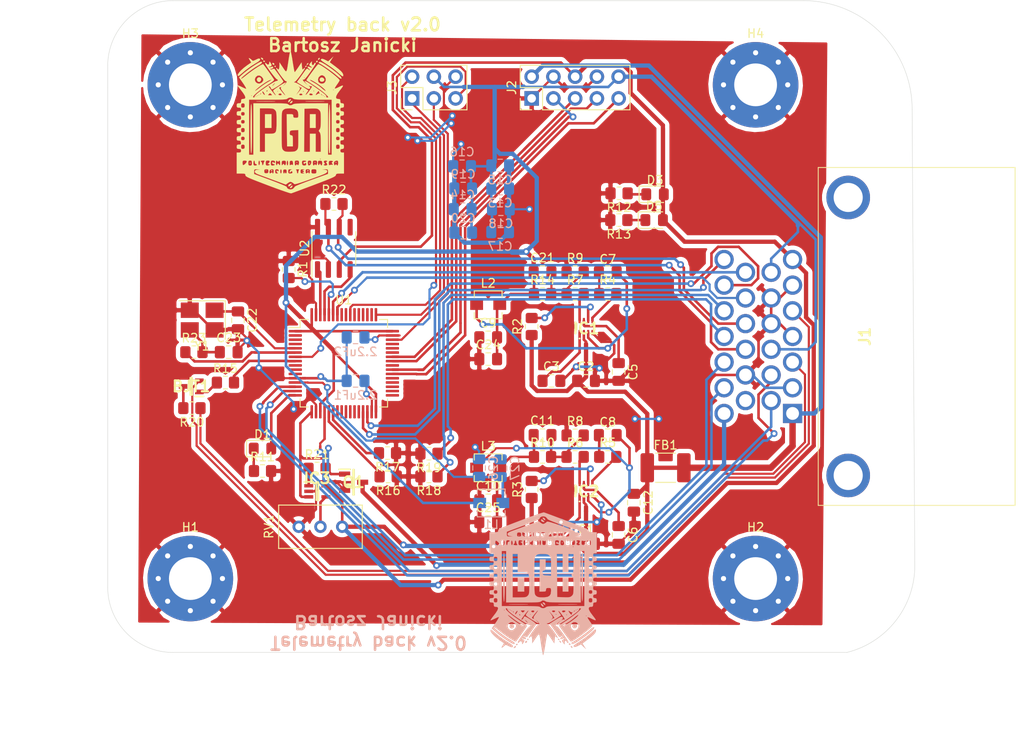
<source format=kicad_pcb>
(kicad_pcb (version 20171130) (host pcbnew "(5.1.12)-1")
  (title_block (title "Telemetry Back v2.0") (company "PGRacing Team") (comment 1 "Bartosz Janicki"))
  (layers (0 F.Cu signal) (31 B.Cu signal) (34 B.Paste user) (35 F.Paste user) (36 B.SilkS user) (37 F.SilkS user) (38 B.Mask user) (39 F.Mask user) (44 Edge.Cuts user))
  (net 0 "")
  (net 1 GND)
  (net 2 +3.3VA)
  (net 3 "Net-(2.2uF1-Pad2)")
  (net 4 "Net-(2.2uF2-Pad2)")
  (net 5 +12V)
  (net 6 "Net-(C3-Pad1)")
  (net 7 "Net-(C4-Pad1)")
  (net 8 "Net-(C5-Pad1)")
  (net 9 "Net-(C6-Pad1)")
  (net 10 SW_1)
  (net 11 "Net-(C7-Pad2)")
  (net 12 "Net-(C8-Pad2)")
  (net 13 SW_2)
  (net 14 RCC_OSC_IN)
  (net 15 "Net-(C23-Pad1)")
  (net 16 "Net-(D1-Pad1)")
  (net 17 LED_STATUS)
  (net 18 "Net-(D3-Pad1)")
  (net 19 "Net-(D5-Pad1)")
  (net 20 FB_1)
  (net 21 "Net-(IC1-Pad6)")
  (net 22 "Net-(IC1-Pad5)")
  (net 23 "Net-(IC2-Pad5)")
  (net 24 "Net-(IC2-Pad6)")
  (net 25 FB_2)
  (net 26 Additional_1)
  (net 27 Additional_2)
  (net 28 Additional_PWM_2)
  (net 29 Additional_PWM_1)
  (net 30 SWCLK)
  (net 31 SWO)
  (net 32 SWDIO)
  (net 33 NRST)
  (net 34 "Net-(R1-Pad2)")
  (net 35 PTT)
  (net 36 "Net-(BJT1-Pad1)")
  (net 37 TIM2_ETR)
  (net 38 TIM3_ETR)
  (net 39 VSS_IN_1)
  (net 40 VSS_IN_2)
  (net 41 GND_MIC&ANC)
  (net 42 "Net-(BJT1-Pad3)")
  (net 43 "Net-(Q1-Pad1)")
  (net 44 "Net-(IC3-Pad1)")
  (net 45 CAN_L1)
  (net 46 CAN_H1)
  (net 47 RCC_OSC_OUT)
  (net 48 "Net-(IC3-Pad4)")
  (net 49 "Net-(U1-Pad2)")
  (net 50 "Net-(U1-Pad3)")
  (net 51 "Net-(U1-Pad4)")
  (net 52 "Net-(U1-Pad9)")
  (net 53 "Net-(U1-Pad10)")
  (net 54 "Net-(U1-Pad11)")
  (net 55 ADC1_IN0_AMORKI)
  (net 56 ADC2_IN1_AMORKI)
  (net 57 BREAK_PRESSURE_0)
  (net 58 BREAK_PRESSURE_ADC)
  (net 59 "Net-(U1-Pad23)")
  (net 60 "Net-(U1-Pad24)")
  (net 61 "Net-(U1-Pad25)")
  (net 62 "Net-(U1-Pad26)")
  (net 63 "Net-(U1-Pad27)")
  (net 64 "Net-(U1-Pad28)")
  (net 65 I2C2_SCL)
  (net 66 "Net-(U1-Pad33)")
  (net 67 "Net-(U1-Pad34)")
  (net 68 "Net-(U1-Pad35)")
  (net 69 "Net-(U1-Pad36)")
  (net 70 "Net-(U1-Pad37)")
  (net 71 "Net-(U1-Pad40)")
  (net 72 "Net-(U1-Pad43)")
  (net 73 USB_OTG_FS_DM)
  (net 74 USB_OTG_FS_DP)
  (net 75 "Net-(U1-Pad50)")
  (net 76 "Net-(U1-Pad51)")
  (net 77 "Net-(U1-Pad52)")
  (net 78 "Net-(U1-Pad53)")
  (net 79 "Net-(U1-Pad54)")
  (net 80 "Net-(U1-Pad56)")
  (net 81 "Net-(U1-Pad57)")
  (net 82 I2C1_SDA)
  (net 83 CAN1_RX)
  (net 84 CAN1_TX)
  (net 85 "Net-(U2-Pad5)")
  (net 86 GND_SPK)
  (net 87 "Net-(J1-Pad14)")
  (net 88 LED_GND)
  (net 89 +3V3)
  (net 90 +5V)
  (net 91 "Net-(C11-Pad2)")
  (net 92 "Net-(C21-Pad2)")
  (net 93 I2C1_SCL)
  (net 94 I2C2_SDA)
  (module SamacSys_Parts:logo (layer B.Cu) (at 180.4035 146.812)
    (fp_text reference G*** hide)
    (fp_text value LOGO hide)
  )
  (module SamacSys_Parts:logo (layer F.Cu) (at 150.876 93.0275)
    (fp_text reference G*** hide)
    (fp_text value LOGO hide)
  )
  (module SamacSys_Parts:64734231 (layer F.Cu) (at 209.55 127 90)
    (fp_text reference J1 (at 9 8.438 90) (layer F.SilkS) (effects (font (size 1.27 1.27) (thickness 0.254))))
    (fp_text value Conn_01x26_Male hide)
    (pad 1 thru_hole rect (at 0 0 90) (size 2.25 2.25) (drill 1.5) (layers *.Cu *.Mask) (net 5 +12V))
    (pad 2 thru_hole circle (at 3 0 90) (size 2.25 2.25) (drill 1.5) (layers *.Cu *.Mask) (net 1 GND))
    (pad 3 thru_hole circle (at 6 0 90) (size 2.25 2.25) (drill 1.5) (layers *.Cu *.Mask) (net 41 GND_MIC&ANC))
    (pad 4 thru_hole circle (at 9 0 90) (size 2.25 2.25) (drill 1.5) (layers *.Cu *.Mask) (net 1 GND))
    (pad 5 thru_hole circle (at 12 0 90) (size 2.25 2.25) (drill 1.5) (layers *.Cu *.Mask) (net 86 GND_SPK))
    (pad 6 thru_hole circle (at 15 0 90) (size 2.25 2.25) (drill 1.5) (layers *.Cu *.Mask) (net 1 GND))
    (pad 7 thru_hole circle (at 18 0 90) (size 2.25 2.25) (drill 1.5) (layers *.Cu *.Mask) (net 90 +5V))
    (pad 8 thru_hole circle (at 16.5 -2.5 90) (size 2.25 2.25) (drill 1.5) (layers *.Cu *.Mask) (net 89 +3V3))
    (pad 9 thru_hole circle (at 13.5 -2.5 90) (size 2.25 2.25) (drill 1.5) (layers *.Cu *.Mask) (net 1 GND))
    (pad 10 thru_hole circle (at 10.5 -2.5 90) (size 2.25 2.25) (drill 1.5) (layers *.Cu *.Mask) (net 1 GND))
    (pad 11 thru_hole circle (at 7.5 -2.5 90) (size 2.25 2.25) (drill 1.5) (layers *.Cu *.Mask) (net 89 +3V3))
    (pad 12 thru_hole circle (at 4.5 -2.5 90) (size 2.25 2.25) (drill 1.5) (layers *.Cu *.Mask) (net 55 ADC1_IN0_AMORKI))
    (pad 13 thru_hole circle (at 1.5 -2.5 90) (size 2.25 2.25) (drill 1.5) (layers *.Cu *.Mask) (net 56 ADC2_IN1_AMORKI))
    (pad 14 thru_hole circle (at 1.5 -5.5 90) (size 2.25 2.25) (drill 1.5) (layers *.Cu *.Mask) (net 87 "Net-(J1-Pad14)"))
    (pad 15 thru_hole circle (at 4.5 -5.5 90) (size 2.25 2.25) (drill 1.5) (layers *.Cu *.Mask) (net 1 GND))
    (pad 16 thru_hole circle (at 7.5 -5.5 90) (size 2.25 2.25) (drill 1.5) (layers *.Cu *.Mask) (net 46 CAN_H1))
    (pad 17 thru_hole circle (at 10.5 -5.5 90) (size 2.25 2.25) (drill 1.5) (layers *.Cu *.Mask) (net 45 CAN_L1))
    (pad 18 thru_hole circle (at 13.5 -5.5 90) (size 2.25 2.25) (drill 1.5) (layers *.Cu *.Mask) (net 93 I2C1_SCL))
    (pad 19 thru_hole circle (at 16.5 -5.5 90) (size 2.25 2.25) (drill 1.5) (layers *.Cu *.Mask) (net 82 I2C1_SDA))
    (pad 20 thru_hole circle (at 18 -8 90) (size 2.25 2.25) (drill 1.5) (layers *.Cu *.Mask) (net 65 I2C2_SCL))
    (pad 21 thru_hole circle (at 15 -8 90) (size 2.25 2.25) (drill 1.5) (layers *.Cu *.Mask) (net 94 I2C2_SDA))
    (pad 22 thru_hole circle (at 12 -8 90) (size 2.25 2.25) (drill 1.5) (layers *.Cu *.Mask) (net 39 VSS_IN_1))
    (pad 23 thru_hole circle (at 9 -8 90) (size 2.25 2.25) (drill 1.5) (layers *.Cu *.Mask) (net 40 VSS_IN_2))
    (pad 24 thru_hole circle (at 6 -8 90) (size 2.25 2.25) (drill 1.5) (layers *.Cu *.Mask) (net 57 BREAK_PRESSURE_0))
    (pad 25 thru_hole circle (at 3 -8 90) (size 2.25 2.25) (drill 1.5) (layers *.Cu *.Mask) (net 58 BREAK_PRESSURE_ADC))
    (pad 26 thru_hole circle (at 0 -8 90) (size 2.25 2.25) (drill 1.5) (layers *.Cu *.Mask) (net 88 LED_GND))
    (pad MH1 thru_hole circle (at -7.25 6.5 90) (size 5.1 5.1) (drill 3.4) (layers *.Cu *.Mask))
    (pad MH2 thru_hole circle (at 25.25 6.5 90) (size 5.1 5.1) (drill 3.4) (layers *.Cu *.Mask))
  )
  (module SamacSys_Parts:MP2331HGTLP (layer F.Cu) (at 185.42 135.89)
    (fp_text reference IC2 (at 0 0.225) (layer F.SilkS) (effects (font (size 1.27 1.27) (thickness 0.254))))
    (fp_text value MP2331HGTL-P hide)
    (pad 1 smd rect (at -0.75 0.7) (size 0.25 0.6) (layers F.Cu F.Paste F.Mask) (net 7 "Net-(C4-Pad1)"))
    (pad 2 smd rect (at -0.25 0.7) (size 0.25 0.6) (layers F.Cu F.Paste F.Mask) (net 5 +12V))
    (pad 3 smd rect (at 0.25 0.7) (size 0.25 0.6) (layers F.Cu F.Paste F.Mask) (net 13 SW_2))
    (pad 4 smd rect (at 0.75 0.7) (size 0.25 0.6) (layers F.Cu F.Paste F.Mask) (net 1 GND))
    (pad 5 smd rect (at 0.75 -0.7) (size 0.25 0.6) (layers F.Cu F.Paste F.Mask) (net 23 "Net-(IC2-Pad5)"))
    (pad 6 smd rect (at 0.25 -0.7) (size 0.25 0.6) (layers F.Cu F.Paste F.Mask) (net 24 "Net-(IC2-Pad6)"))
    (pad 7 smd rect (at -0.25 -0.7) (size 0.25 0.6) (layers F.Cu F.Paste F.Mask) (net 9 "Net-(C6-Pad1)"))
    (pad 8 smd rect (at -0.75 -0.7) (size 0.25 0.6) (layers F.Cu F.Paste F.Mask) (net 25 FB_2))
  )
  (module Capacitor_SMD:C_0805_2012Metric_Pad1.18x1.45mm_HandSolder (layer B.Cu) (at 175.4378 133.4008 90)
    (fp_text reference C27 (at 0 1.68 -90) (layer B.SilkS) (effects (justify mirror)))
    (fp_text value 10n)
    (pad 2 smd roundrect (at 1.0375 0 90) (size 1.175 1.45) (layers B.Cu B.Paste B.Mask) (roundrect_rratio 0.2127659574468085) (net 1 GND))
    (pad 1 smd roundrect (at -1.0375 0 90) (size 1.175 1.45) (layers B.Cu B.Paste B.Mask) (roundrect_rratio 0.2127659574468085) (net 2 +3.3VA))
  )
  (module Capacitor_SMD:C_0805_2012Metric_Pad1.18x1.45mm_HandSolder (layer B.Cu) (at 172.9232 133.3754 90)
    (fp_text reference C26 (at 0 1.68 -90) (layer B.SilkS) (effects (justify mirror)))
    (fp_text value 1u)
    (pad 1 smd roundrect (at -1.0375 0 90) (size 1.175 1.45) (layers B.Cu B.Paste B.Mask) (roundrect_rratio 0.2127659574468085) (net 2 +3.3VA))
    (pad 2 smd roundrect (at 1.0375 0 90) (size 1.175 1.45) (layers B.Cu B.Paste B.Mask) (roundrect_rratio 0.2127659574468085) (net 1 GND))
  )
  (module Capacitor_SMD:C_0805_2012Metric_Pad1.18x1.45mm_HandSolder (layer B.Cu) (at 158.496 123.19)
    (fp_text reference 2.2uF1 (at 0 1.68) (layer B.SilkS) (effects (justify mirror)))
    (fp_text value C_Small)
    (pad 1 smd roundrect (at -1.0375 0) (size 1.175 1.45) (layers B.Cu B.Paste B.Mask) (roundrect_rratio 0.2127659574468085) (net 1 GND))
    (pad 2 smd roundrect (at 1.0375 0) (size 1.175 1.45) (layers B.Cu B.Paste B.Mask) (roundrect_rratio 0.2127659574468085) (net 3 "Net-(2.2uF1-Pad2)"))
  )
  (module Capacitor_SMD:C_0805_2012Metric_Pad1.18x1.45mm_HandSolder (layer B.Cu) (at 158.496 118.11)
    (fp_text reference 2.2uF2 (at 0 1.68) (layer B.SilkS) (effects (justify mirror)))
    (fp_text value C_Small)
    (pad 2 smd roundrect (at 1.0375 0) (size 1.175 1.45) (layers B.Cu B.Paste B.Mask) (roundrect_rratio 0.2127659574468085) (net 4 "Net-(2.2uF2-Pad2)"))
    (pad 1 smd roundrect (at -1.0375 0) (size 1.175 1.45) (layers B.Cu B.Paste B.Mask) (roundrect_rratio 0.2127659574468085) (net 1 GND))
  )
  (module Capacitor_SMD:C_0805_2012Metric_Pad1.18x1.45mm_HandSolder (layer F.Cu) (at 185.42 142.24)
    (fp_text reference C1 (at 0 -1.68) (layer F.SilkS))
    (fp_text value 22u)
    (pad 1 smd roundrect (at -1.0375 0) (size 1.175 1.45) (layers F.Cu F.Paste F.Mask) (roundrect_rratio 0.2127659574468085) (net 5 +12V))
    (pad 2 smd roundrect (at 1.0375 0) (size 1.175 1.45) (layers F.Cu F.Paste F.Mask) (roundrect_rratio 0.2127659574468085) (net 1 GND))
  )
  (module Capacitor_SMD:C_0805_2012Metric_Pad1.18x1.45mm_HandSolder (layer F.Cu) (at 185.42 123.19)
    (fp_text reference C2 (at 0 -1.68) (layer F.SilkS))
    (fp_text value 22u)
    (pad 2 smd roundrect (at 1.0375 0) (size 1.175 1.45) (layers F.Cu F.Paste F.Mask) (roundrect_rratio 0.2127659574468085) (net 1 GND))
    (pad 1 smd roundrect (at -1.0375 0) (size 1.175 1.45) (layers F.Cu F.Paste F.Mask) (roundrect_rratio 0.2127659574468085) (net 5 +12V))
  )
  (module Capacitor_SMD:C_0805_2012Metric_Pad1.18x1.45mm_HandSolder (layer F.Cu) (at 181.3775 123.19)
    (fp_text reference C3 (at 0 -1.68) (layer F.SilkS))
    (fp_text value 1n)
    (pad 1 smd roundrect (at -1.0375 0) (size 1.175 1.45) (layers F.Cu F.Paste F.Mask) (roundrect_rratio 0.2127659574468085) (net 6 "Net-(C3-Pad1)"))
    (pad 2 smd roundrect (at 1.0375 0) (size 1.175 1.45) (layers F.Cu F.Paste F.Mask) (roundrect_rratio 0.2127659574468085) (net 1 GND))
  )
  (module Capacitor_SMD:C_0805_2012Metric_Pad1.18x1.45mm_HandSolder (layer F.Cu) (at 181.356 142.24)
    (fp_text reference C4 (at 0 -1.68) (layer F.SilkS))
    (fp_text value 1n)
    (pad 1 smd roundrect (at -1.0375 0) (size 1.175 1.45) (layers F.Cu F.Paste F.Mask) (roundrect_rratio 0.2127659574468085) (net 7 "Net-(C4-Pad1)"))
    (pad 2 smd roundrect (at 1.0375 0) (size 1.175 1.45) (layers F.Cu F.Paste F.Mask) (roundrect_rratio 0.2127659574468085) (net 1 GND))
  )
  (module Capacitor_SMD:C_0805_2012Metric_Pad1.18x1.45mm_HandSolder (layer F.Cu) (at 189.23 122.1525 270)
    (fp_text reference C5 (at 0 -1.68 90) (layer F.SilkS))
    (fp_text value 6.8n)
    (pad 2 smd roundrect (at 1.0375 0 270) (size 1.175 1.45) (layers F.Cu F.Paste F.Mask) (roundrect_rratio 0.2127659574468085) (net 1 GND))
    (pad 1 smd roundrect (at -1.0375 0 270) (size 1.175 1.45) (layers F.Cu F.Paste F.Mask) (roundrect_rratio 0.2127659574468085) (net 8 "Net-(C5-Pad1)"))
  )
  (module Capacitor_SMD:C_0805_2012Metric_Pad1.18x1.45mm_HandSolder (layer F.Cu) (at 189.23 141.2025 270)
    (fp_text reference C6 (at 0 -1.68 90) (layer F.SilkS))
    (fp_text value 6.8n)
    (pad 2 smd roundrect (at 1.0375 0 270) (size 1.175 1.45) (layers F.Cu F.Paste F.Mask) (roundrect_rratio 0.2127659574468085) (net 1 GND))
    (pad 1 smd roundrect (at -1.0375 0 270) (size 1.175 1.45) (layers F.Cu F.Paste F.Mask) (roundrect_rratio 0.2127659574468085) (net 9 "Net-(C6-Pad1)"))
  )
  (module Capacitor_SMD:C_0805_2012Metric_Pad1.18x1.45mm_HandSolder (layer F.Cu) (at 187.96 110.49 180)
    (fp_text reference C7 (at 0 1.524) (layer F.SilkS))
    (fp_text value 1u)
    (pad 1 smd roundrect (at -1.0375 0 180) (size 1.175 1.45) (layers F.Cu F.Paste F.Mask) (roundrect_rratio 0.2127659574468085) (net 10 SW_1))
    (pad 2 smd roundrect (at 1.0375 0 180) (size 1.175 1.45) (layers F.Cu F.Paste F.Mask) (roundrect_rratio 0.2127659574468085) (net 11 "Net-(C7-Pad2)"))
  )
  (module Capacitor_SMD:C_0805_2012Metric_Pad1.18x1.45mm_HandSolder (layer F.Cu) (at 187.96 129.54 180)
    (fp_text reference C8 (at 0 1.524) (layer F.SilkS))
    (fp_text value 1u)
    (pad 2 smd roundrect (at 1.0375 0 180) (size 1.175 1.45) (layers F.Cu F.Paste F.Mask) (roundrect_rratio 0.2127659574468085) (net 12 "Net-(C8-Pad2)"))
    (pad 1 smd roundrect (at -1.0375 0 180) (size 1.175 1.45) (layers F.Cu F.Paste F.Mask) (roundrect_rratio 0.2127659574468085) (net 13 SW_2))
  )
  (module Capacitor_SMD:C_0805_2012Metric_Pad1.18x1.45mm_HandSolder (layer F.Cu) (at 173.99 118.11)
    (fp_text reference C9 (at 0 -1.68) (layer F.SilkS))
    (fp_text value 22u)
    (pad 2 smd roundrect (at 1.0375 0) (size 1.175 1.45) (layers F.Cu F.Paste F.Mask) (roundrect_rratio 0.2127659574468085) (net 89 +3V3))
    (pad 1 smd roundrect (at -1.0375 0) (size 1.175 1.45) (layers F.Cu F.Paste F.Mask) (roundrect_rratio 0.2127659574468085) (net 1 GND))
  )
  (module Capacitor_SMD:C_0805_2012Metric_Pad1.18x1.45mm_HandSolder (layer F.Cu) (at 173.99 137.16)
    (fp_text reference C10 (at 0 -1.68) (layer F.SilkS))
    (fp_text value 22u)
    (pad 2 smd roundrect (at 1.0375 0) (size 1.175 1.45) (layers F.Cu F.Paste F.Mask) (roundrect_rratio 0.2127659574468085) (net 90 +5V))
    (pad 1 smd roundrect (at -1.0375 0) (size 1.175 1.45) (layers F.Cu F.Paste F.Mask) (roundrect_rratio 0.2127659574468085) (net 1 GND))
  )
  (module Capacitor_SMD:C_0805_2012Metric_Pad1.18x1.45mm_HandSolder (layer F.Cu) (at 180.34 129.54)
    (fp_text reference C11 (at 0 -1.68) (layer F.SilkS))
    (fp_text value 10p)
    (pad 1 smd roundrect (at -1.0375 0) (size 1.175 1.45) (layers F.Cu F.Paste F.Mask) (roundrect_rratio 0.2127659574468085) (net 90 +5V))
    (pad 2 smd roundrect (at 1.0375 0) (size 1.175 1.45) (layers F.Cu F.Paste F.Mask) (roundrect_rratio 0.2127659574468085) (net 91 "Net-(C11-Pad2)"))
  )
  (module Capacitor_SMD:C_0805_2012Metric_Pad1.18x1.45mm_HandSolder (layer F.Cu) (at 191.008 137.4355 270)
    (fp_text reference C12 (at 0 -1.68 90) (layer F.SilkS))
    (fp_text value 100nF)
    (pad 2 smd roundrect (at 1.0375 0 270) (size 1.175 1.45) (layers F.Cu F.Paste F.Mask) (roundrect_rratio 0.2127659574468085) (net 1 GND))
    (pad 1 smd roundrect (at -1.0375 0 270) (size 1.175 1.45) (layers F.Cu F.Paste F.Mask) (roundrect_rratio 0.2127659574468085) (net 5 +12V))
  )
  (module Capacitor_SMD:C_0805_2012Metric_Pad1.18x1.45mm_HandSolder (layer B.Cu) (at 175.390501 100.711)
    (fp_text reference C13 (at 0 1.68) (layer B.SilkS) (effects (justify mirror)))
    (fp_text value 100nF)
    (pad 2 smd roundrect (at 1.0375 0) (size 1.175 1.45) (layers B.Cu B.Paste B.Mask) (roundrect_rratio 0.2127659574468085) (net 1 GND))
    (pad 1 smd roundrect (at -1.0375 0) (size 1.175 1.45) (layers B.Cu B.Paste B.Mask) (roundrect_rratio 0.2127659574468085) (net 89 +3V3))
  )
  (module Capacitor_SMD:C_0805_2012Metric_Pad1.18x1.45mm_HandSolder (layer B.Cu) (at 171.0055 103.124 180)
    (fp_text reference C14 (at 0 1.68) (layer B.SilkS) (effects (justify mirror)))
    (fp_text value 100nF)
    (pad 1 smd roundrect (at -1.0375 0 180) (size 1.175 1.45) (layers B.Cu B.Paste B.Mask) (roundrect_rratio 0.2127659574468085) (net 89 +3V3))
    (pad 2 smd roundrect (at 1.0375 0 180) (size 1.175 1.45) (layers B.Cu B.Paste B.Mask) (roundrect_rratio 0.2127659574468085) (net 1 GND))
  )
  (module Capacitor_SMD:C_0805_2012Metric_Pad1.18x1.45mm_HandSolder (layer B.Cu) (at 175.390501 98.014999)
    (fp_text reference C15 (at 0 1.68) (layer B.SilkS) (effects (justify mirror)))
    (fp_text value 100nF)
    (pad 1 smd roundrect (at -1.0375 0) (size 1.175 1.45) (layers B.Cu B.Paste B.Mask) (roundrect_rratio 0.2127659574468085) (net 89 +3V3))
    (pad 2 smd roundrect (at 1.0375 0) (size 1.175 1.45) (layers B.Cu B.Paste B.Mask) (roundrect_rratio 0.2127659574468085) (net 1 GND))
  )
  (module Capacitor_SMD:C_0805_2012Metric_Pad1.18x1.45mm_HandSolder (layer B.Cu) (at 170.942 98.1075 180)
    (fp_text reference C16 (at 0 1.68) (layer B.SilkS) (effects (justify mirror)))
    (fp_text value 100nF)
    (pad 1 smd roundrect (at -1.0375 0 180) (size 1.175 1.45) (layers B.Cu B.Paste B.Mask) (roundrect_rratio 0.2127659574468085) (net 89 +3V3))
    (pad 2 smd roundrect (at 1.0375 0 180) (size 1.175 1.45) (layers B.Cu B.Paste B.Mask) (roundrect_rratio 0.2127659574468085) (net 1 GND))
  )
  (module Capacitor_SMD:C_0805_2012Metric_Pad1.18x1.45mm_HandSolder (layer B.Cu) (at 175.387 105.791)
    (fp_text reference C17 (at 0 1.68) (layer B.SilkS) (effects (justify mirror)))
    (fp_text value 100nF)
    (pad 2 smd roundrect (at 1.0375 0) (size 1.175 1.45) (layers B.Cu B.Paste B.Mask) (roundrect_rratio 0.2127659574468085) (net 1 GND))
    (pad 1 smd roundrect (at -1.0375 0) (size 1.175 1.45) (layers B.Cu B.Paste B.Mask) (roundrect_rratio 0.2127659574468085) (net 89 +3V3))
  )
  (module Capacitor_SMD:C_0805_2012Metric_Pad1.18x1.45mm_HandSolder (layer B.Cu) (at 175.472 103.124)
    (fp_text reference C18 (at 0 1.68) (layer B.SilkS) (effects (justify mirror)))
    (fp_text value 100nF)
    (pad 1 smd roundrect (at -1.0375 0) (size 1.175 1.45) (layers B.Cu B.Paste B.Mask) (roundrect_rratio 0.2127659574468085) (net 89 +3V3))
    (pad 2 smd roundrect (at 1.0375 0) (size 1.175 1.45) (layers B.Cu B.Paste B.Mask) (roundrect_rratio 0.2127659574468085) (net 1 GND))
  )
  (module Capacitor_SMD:C_0805_2012Metric_Pad1.18x1.45mm_HandSolder (layer B.Cu) (at 171.069 100.711 180)
    (fp_text reference C19 (at 0 1.68) (layer B.SilkS) (effects (justify mirror)))
    (fp_text value 100nF)
    (pad 2 smd roundrect (at 1.0375 0 180) (size 1.175 1.45) (layers B.Cu B.Paste B.Mask) (roundrect_rratio 0.2127659574468085) (net 1 GND))
    (pad 1 smd roundrect (at -1.0375 0 180) (size 1.175 1.45) (layers B.Cu B.Paste B.Mask) (roundrect_rratio 0.2127659574468085) (net 89 +3V3))
  )
  (module Capacitor_SMD:C_0805_2012Metric_Pad1.18x1.45mm_HandSolder (layer B.Cu) (at 171.069001 105.862499 180)
    (fp_text reference C20 (at 0 1.68) (layer B.SilkS) (effects (justify mirror)))
    (fp_text value 100nF)
    (pad 1 smd roundrect (at -1.0375 0 180) (size 1.175 1.45) (layers B.Cu B.Paste B.Mask) (roundrect_rratio 0.2127659574468085) (net 89 +3V3))
    (pad 2 smd roundrect (at 1.0375 0 180) (size 1.175 1.45) (layers B.Cu B.Paste B.Mask) (roundrect_rratio 0.2127659574468085) (net 1 GND))
  )
  (module Capacitor_SMD:C_0805_2012Metric_Pad1.18x1.45mm_HandSolder (layer F.Cu) (at 180.34 110.49)
    (fp_text reference C21 (at 0 -1.68) (layer F.SilkS))
    (fp_text value 10p)
    (pad 1 smd roundrect (at -1.0375 0) (size 1.175 1.45) (layers F.Cu F.Paste F.Mask) (roundrect_rratio 0.2127659574468085) (net 89 +3V3))
    (pad 2 smd roundrect (at 1.0375 0) (size 1.175 1.45) (layers F.Cu F.Paste F.Mask) (roundrect_rratio 0.2127659574468085) (net 92 "Net-(C21-Pad2)"))
  )
  (module Capacitor_SMD:C_0805_2012Metric_Pad1.18x1.45mm_HandSolder (layer F.Cu) (at 144.7546 116.1122 270)
    (fp_text reference C22 (at 0 -1.68 90) (layer F.SilkS))
    (fp_text value 14pF)
    (pad 2 smd roundrect (at 1.0375 0 270) (size 1.175 1.45) (layers F.Cu F.Paste F.Mask) (roundrect_rratio 0.2127659574468085) (net 1 GND))
    (pad 1 smd roundrect (at -1.0375 0 270) (size 1.175 1.45) (layers F.Cu F.Paste F.Mask) (roundrect_rratio 0.2127659574468085) (net 14 RCC_OSC_IN))
  )
  (module Capacitor_SMD:C_0805_2012Metric_Pad1.18x1.45mm_HandSolder (layer F.Cu) (at 143.6751 119.8372)
    (fp_text reference C23 (at 0 -1.68) (layer F.SilkS))
    (fp_text value 14pF)
    (pad 1 smd roundrect (at -1.0375 0) (size 1.175 1.45) (layers F.Cu F.Paste F.Mask) (roundrect_rratio 0.2127659574468085) (net 15 "Net-(C23-Pad1)"))
    (pad 2 smd roundrect (at 1.0375 0) (size 1.175 1.45) (layers F.Cu F.Paste F.Mask) (roundrect_rratio 0.2127659574468085) (net 1 GND))
  )
  (module Diode_SMD:D_0805_2012Metric_Pad1.15x1.40mm_HandSolder (layer F.Cu) (at 147.622701 131.112801)
    (fp_text reference D1 (at 0 -1.65) (layer F.SilkS))
    (fp_text value LED_3.2V)
    (pad 1 smd roundrect (at -1.025 0) (size 1.15 1.4) (layers F.Cu F.Paste F.Mask) (roundrect_rratio 0.2173904347826087) (net 16 "Net-(D1-Pad1)"))
    (pad 2 smd roundrect (at 1.025 0) (size 1.15 1.4) (layers F.Cu F.Paste F.Mask) (roundrect_rratio 0.2173904347826087) (net 17 LED_STATUS))
  )
  (module Diode_SMD:D_0805_2012Metric_Pad1.15x1.40mm_HandSolder (layer F.Cu) (at 193.483301 101.381401)
    (fp_text reference D3 (at 0 -1.65) (layer F.SilkS))
    (fp_text value LED_3.2V)
    (pad 2 smd roundrect (at 1.025 0) (size 1.15 1.4) (layers F.Cu F.Paste F.Mask) (roundrect_rratio 0.2173904347826087) (net 90 +5V))
    (pad 1 smd roundrect (at -1.025 0) (size 1.15 1.4) (layers F.Cu F.Paste F.Mask) (roundrect_rratio 0.2173904347826087) (net 18 "Net-(D3-Pad1)"))
  )
  (module Diode_SMD:D_0805_2012Metric_Pad1.15x1.40mm_HandSolder (layer F.Cu) (at 193.3792 104.394)
    (fp_text reference D5 (at 0 -1.65) (layer F.SilkS))
    (fp_text value LED_3.2V)
    (pad 1 smd roundrect (at -1.025 0) (size 1.15 1.4) (layers F.Cu F.Paste F.Mask) (roundrect_rratio 0.2173904347826087) (net 19 "Net-(D5-Pad1)"))
    (pad 2 smd roundrect (at 1.025 0) (size 1.15 1.4) (layers F.Cu F.Paste F.Mask) (roundrect_rratio 0.2173904347826087) (net 90 +5V))
  )
  (module Capacitor_SMD:C_1812_4532Metric_Pad1.57x3.40mm_HandSolder (layer F.Cu) (at 194.7125 133.35)
    (fp_text reference FB1 (at 0 -2.65) (layer F.SilkS))
    (fp_text value Ferrite_Bead)
    (pad 1 smd roundrect (at -2.1375 0) (size 1.575 3.4) (layers F.Cu F.Paste F.Mask) (roundrect_rratio 0.1587295238095238) (net 5 +12V))
    (pad 2 smd roundrect (at 2.1375 0) (size 1.575 3.4) (layers F.Cu F.Paste F.Mask) (roundrect_rratio 0.1587295238095238) (net 5 +12V))
  )
  (module MountingHole:MountingHole_5mm_Pad_Via (layer F.Cu) (at 205.232 146.304)
    (fp_text reference H2 (at 0 -6) (layer F.SilkS))
    (fp_text value MountingHole_Pad)
    (pad 1 thru_hole circle (at 0 0) (size 10 10) (drill 5) (layers *.Cu *.Mask) (net 1 GND))
    (pad 1 thru_hole circle (at 3.75 0) (size 0.9 0.9) (drill 0.6) (layers *.Cu *.Mask) (net 1 GND))
    (pad 1 thru_hole circle (at 2.65165 2.65165) (size 0.9 0.9) (drill 0.6) (layers *.Cu *.Mask) (net 1 GND))
    (pad 1 thru_hole circle (at 0 3.75) (size 0.9 0.9) (drill 0.6) (layers *.Cu *.Mask) (net 1 GND))
    (pad 1 thru_hole circle (at -2.65165 2.65165) (size 0.9 0.9) (drill 0.6) (layers *.Cu *.Mask) (net 1 GND))
    (pad 1 thru_hole circle (at -3.75 0) (size 0.9 0.9) (drill 0.6) (layers *.Cu *.Mask) (net 1 GND))
    (pad 1 thru_hole circle (at -2.65165 -2.65165) (size 0.9 0.9) (drill 0.6) (layers *.Cu *.Mask) (net 1 GND))
    (pad 1 thru_hole circle (at 0 -3.75) (size 0.9 0.9) (drill 0.6) (layers *.Cu *.Mask) (net 1 GND))
    (pad 1 thru_hole circle (at 2.65165 -2.65165) (size 0.9 0.9) (drill 0.6) (layers *.Cu *.Mask) (net 1 GND))
  )
  (module MountingHole:MountingHole_5mm_Pad_Via (layer F.Cu) (at 139.192 88.5825)
    (fp_text reference H3 (at 0 -6) (layer F.SilkS))
    (fp_text value MountingHole_Pad)
    (pad 1 thru_hole circle (at 2.65165 -2.65165) (size 0.9 0.9) (drill 0.6) (layers *.Cu *.Mask) (net 1 GND))
    (pad 1 thru_hole circle (at 0 -3.75) (size 0.9 0.9) (drill 0.6) (layers *.Cu *.Mask) (net 1 GND))
    (pad 1 thru_hole circle (at -2.65165 -2.65165) (size 0.9 0.9) (drill 0.6) (layers *.Cu *.Mask) (net 1 GND))
    (pad 1 thru_hole circle (at -3.75 0) (size 0.9 0.9) (drill 0.6) (layers *.Cu *.Mask) (net 1 GND))
    (pad 1 thru_hole circle (at -2.65165 2.65165) (size 0.9 0.9) (drill 0.6) (layers *.Cu *.Mask) (net 1 GND))
    (pad 1 thru_hole circle (at 0 3.75) (size 0.9 0.9) (drill 0.6) (layers *.Cu *.Mask) (net 1 GND))
    (pad 1 thru_hole circle (at 2.65165 2.65165) (size 0.9 0.9) (drill 0.6) (layers *.Cu *.Mask) (net 1 GND))
    (pad 1 thru_hole circle (at 3.75 0) (size 0.9 0.9) (drill 0.6) (layers *.Cu *.Mask) (net 1 GND))
    (pad 1 thru_hole circle (at 0 0) (size 10 10) (drill 5) (layers *.Cu *.Mask) (net 1 GND))
  )
  (module MountingHole:MountingHole_5mm_Pad_Via (layer F.Cu) (at 205.232 88.5825)
    (fp_text reference H4 (at 0 -6) (layer F.SilkS))
    (fp_text value MountingHole_Pad)
    (pad 1 thru_hole circle (at 0 0) (size 10 10) (drill 5) (layers *.Cu *.Mask) (net 1 GND))
    (pad 1 thru_hole circle (at 3.75 0) (size 0.9 0.9) (drill 0.6) (layers *.Cu *.Mask) (net 1 GND))
    (pad 1 thru_hole circle (at 2.65165 2.65165) (size 0.9 0.9) (drill 0.6) (layers *.Cu *.Mask) (net 1 GND))
    (pad 1 thru_hole circle (at 0 3.75) (size 0.9 0.9) (drill 0.6) (layers *.Cu *.Mask) (net 1 GND))
    (pad 1 thru_hole circle (at -2.65165 2.65165) (size 0.9 0.9) (drill 0.6) (layers *.Cu *.Mask) (net 1 GND))
    (pad 1 thru_hole circle (at -3.75 0) (size 0.9 0.9) (drill 0.6) (layers *.Cu *.Mask) (net 1 GND))
    (pad 1 thru_hole circle (at -2.65165 -2.65165) (size 0.9 0.9) (drill 0.6) (layers *.Cu *.Mask) (net 1 GND))
    (pad 1 thru_hole circle (at 0 -3.75) (size 0.9 0.9) (drill 0.6) (layers *.Cu *.Mask) (net 1 GND))
    (pad 1 thru_hole circle (at 2.65165 -2.65165) (size 0.9 0.9) (drill 0.6) (layers *.Cu *.Mask) (net 1 GND))
  )
  (module SamacSys_Parts:MP2331HGTLP (layer F.Cu) (at 185.42 116.84)
    (fp_text reference IC1 (at 0 0.225) (layer F.SilkS) (effects (font (size 1.27 1.27) (thickness 0.254))))
    (fp_text value MP2331HGTL-P hide)
    (pad 8 smd rect (at -0.75 -0.7) (size 0.25 0.6) (layers F.Cu F.Paste F.Mask) (net 20 FB_1))
    (pad 7 smd rect (at -0.25 -0.7) (size 0.25 0.6) (layers F.Cu F.Paste F.Mask) (net 8 "Net-(C5-Pad1)"))
    (pad 6 smd rect (at 0.25 -0.7) (size 0.25 0.6) (layers F.Cu F.Paste F.Mask) (net 21 "Net-(IC1-Pad6)"))
    (pad 5 smd rect (at 0.75 -0.7) (size 0.25 0.6) (layers F.Cu F.Paste F.Mask) (net 22 "Net-(IC1-Pad5)"))
    (pad 4 smd rect (at 0.75 0.7) (size 0.25 0.6) (layers F.Cu F.Paste F.Mask) (net 1 GND))
    (pad 3 smd rect (at 0.25 0.7) (size 0.25 0.6) (layers F.Cu F.Paste F.Mask) (net 10 SW_1))
    (pad 2 smd rect (at -0.25 0.7) (size 0.25 0.6) (layers F.Cu F.Paste F.Mask) (net 5 +12V))
    (pad 1 smd rect (at -0.75 0.7) (size 0.25 0.6) (layers F.Cu F.Paste F.Mask) (net 6 "Net-(C3-Pad1)"))
  )
  (module Connector_PinHeader_2.54mm:PinHeader_2x05_P2.54mm_Vertical (layer F.Cu) (at 179.07 90.17 90)
    (fp_text reference J2 (at 1.27 -2.33 90) (layer F.SilkS))
    (fp_text value Conn_02x05_Odd_Even)
    (pad 1 thru_hole rect (at 0 0 90) (size 1.7 1.7) (drill 1) (layers *.Cu *.Mask) (net 1 GND))
    (pad 2 thru_hole oval (at 2.54 0 90) (size 1.7 1.7) (drill 1) (layers *.Cu *.Mask) (net 5 +12V))
    (pad 3 thru_hole oval (at 0 2.54 90) (size 1.7 1.7) (drill 1) (layers *.Cu *.Mask) (net 27 Additional_2))
    (pad 4 thru_hole oval (at 2.54 2.54 90) (size 1.7 1.7) (drill 1) (layers *.Cu *.Mask) (net 1 GND))
    (pad 5 thru_hole oval (at 0 5.08 90) (size 1.7 1.7) (drill 1) (layers *.Cu *.Mask) (net 28 Additional_PWM_2))
    (pad 6 thru_hole oval (at 2.54 5.08 90) (size 1.7 1.7) (drill 1) (layers *.Cu *.Mask) (net 90 +5V))
    (pad 7 thru_hole oval (at 0 7.62 90) (size 1.7 1.7) (drill 1) (layers *.Cu *.Mask) (net 29 Additional_PWM_1))
    (pad 8 thru_hole oval (at 2.54 7.62 90) (size 1.7 1.7) (drill 1) (layers *.Cu *.Mask) (net 1 GND))
    (pad 9 thru_hole oval (at 0 10.16 90) (size 1.7 1.7) (drill 1) (layers *.Cu *.Mask) (net 26 Additional_1))
    (pad 10 thru_hole oval (at 2.54 10.16 90) (size 1.7 1.7) (drill 1) (layers *.Cu *.Mask) (net 89 +3V3))
  )
  (module Connector_PinHeader_2.54mm:PinHeader_2x03_P2.54mm_Vertical (layer F.Cu) (at 165.1 90.17 90)
    (fp_text reference J3 (at 1.27 -2.33 90) (layer F.SilkS))
    (fp_text value Conn_02x03_Odd_Even)
    (pad 1 thru_hole rect (at 0 0 90) (size 1.7 1.7) (drill 1) (layers *.Cu *.Mask) (net 30 SWCLK))
    (pad 2 thru_hole oval (at 2.54 0 90) (size 1.7 1.7) (drill 1) (layers *.Cu *.Mask) (net 31 SWO))
    (pad 3 thru_hole oval (at 0 2.54 90) (size 1.7 1.7) (drill 1) (layers *.Cu *.Mask) (net 32 SWDIO))
    (pad 4 thru_hole oval (at 2.54 2.54 90) (size 1.7 1.7) (drill 1) (layers *.Cu *.Mask) (net 89 +3V3))
    (pad 5 thru_hole oval (at 0 5.08 90) (size 1.7 1.7) (drill 1) (layers *.Cu *.Mask) (net 33 NRST))
    (pad 6 thru_hole oval (at 2.54 5.08 90) (size 1.7 1.7) (drill 1) (layers *.Cu *.Mask) (net 1 GND))
  )
  (module Inductor_SMD:L_Vishay_IHLP-1212 (layer B.Cu) (at 174.3456 137.4648)
    (fp_text reference L1 (at 0 2.524) (layer B.SilkS) (effects (justify mirror)))
    (fp_text value 39nH)
    (pad 1 smd rect (at -1.35 0) (size 1.5 1.2) (layers B.Cu B.Paste B.Mask) (net 89 +3V3))
    (pad 2 smd rect (at 1.35 0) (size 1.5 1.2) (layers B.Cu B.Paste B.Mask) (net 2 +3.3VA))
  )
  (module Inductor_SMD:L_Vishay_IHLP-1212 (layer F.Cu) (at 173.99 114.3)
    (fp_text reference L2 (at 0 -2.524) (layer F.SilkS))
    (fp_text value 1.5u)
    (pad 2 smd rect (at 1.35 0) (size 1.5 1.2) (layers F.Cu F.Paste F.Mask) (net 89 +3V3))
    (pad 1 smd rect (at -1.35 0) (size 1.5 1.2) (layers F.Cu F.Paste F.Mask) (net 10 SW_1))
  )
  (module Inductor_SMD:L_Vishay_IHLP-1212 (layer F.Cu) (at 173.99 133.35)
    (fp_text reference L3 (at 0 -2.524) (layer F.SilkS))
    (fp_text value 2.5u)
    (pad 1 smd rect (at -1.35 0) (size 1.5 1.2) (layers F.Cu F.Paste F.Mask) (net 13 SW_2))
    (pad 2 smd rect (at 1.35 0) (size 1.5 1.2) (layers F.Cu F.Paste F.Mask) (net 90 +5V))
  )
  (module Resistor_SMD:R_0805_2012Metric_Pad1.20x1.40mm_HandSolder (layer F.Cu) (at 150.6855 110.1725 270)
    (fp_text reference R1 (at 0 -1.65 90) (layer F.SilkS))
    (fp_text value 10k)
    (pad 2 smd roundrect (at 1 0 270) (size 1.2 1.4) (layers F.Cu F.Paste F.Mask) (roundrect_rratio 0.2083325) (net 34 "Net-(R1-Pad2)"))
    (pad 1 smd roundrect (at -1 0 270) (size 1.2 1.4) (layers F.Cu F.Paste F.Mask) (roundrect_rratio 0.2083325) (net 1 GND))
  )
  (module Resistor_SMD:R_0805_2012Metric_Pad1.20x1.40mm_HandSolder (layer F.Cu) (at 179.07 116.84 90)
    (fp_text reference R2 (at 0 -1.65 90) (layer F.SilkS))
    (fp_text value 604k)
    (pad 2 smd roundrect (at 1 0 90) (size 1.2 1.4) (layers F.Cu F.Paste F.Mask) (roundrect_rratio 0.2083325) (net 21 "Net-(IC1-Pad6)"))
    (pad 1 smd roundrect (at -1 0 90) (size 1.2 1.4) (layers F.Cu F.Paste F.Mask) (roundrect_rratio 0.2083325) (net 5 +12V))
  )
  (module Resistor_SMD:R_0805_2012Metric_Pad1.20x1.40mm_HandSolder (layer F.Cu) (at 179.07 135.89 90)
    (fp_text reference R3 (at 0 -1.65 90) (layer F.SilkS))
    (fp_text value 604k)
    (pad 2 smd roundrect (at 1 0 90) (size 1.2 1.4) (layers F.Cu F.Paste F.Mask) (roundrect_rratio 0.2083325) (net 24 "Net-(IC2-Pad6)"))
    (pad 1 smd roundrect (at -1 0 90) (size 1.2 1.4) (layers F.Cu F.Paste F.Mask) (roundrect_rratio 0.2083325) (net 5 +12V))
  )
  (module Resistor_SMD:R_0805_2012Metric_Pad1.20x1.40mm_HandSolder (layer F.Cu) (at 187.96 113.03)
    (fp_text reference R4 (at 0 -1.65) (layer F.SilkS))
    (fp_text value 20)
    (pad 1 smd roundrect (at -1 0) (size 1.2 1.4) (layers F.Cu F.Paste F.Mask) (roundrect_rratio 0.2083325) (net 11 "Net-(C7-Pad2)"))
    (pad 2 smd roundrect (at 1 0) (size 1.2 1.4) (layers F.Cu F.Paste F.Mask) (roundrect_rratio 0.2083325) (net 22 "Net-(IC1-Pad5)"))
  )
  (module Resistor_SMD:R_0805_2012Metric_Pad1.20x1.40mm_HandSolder (layer F.Cu) (at 187.96 132.08)
    (fp_text reference R5 (at 0 -1.65) (layer F.SilkS))
    (fp_text value 20)
    (pad 2 smd roundrect (at 1 0) (size 1.2 1.4) (layers F.Cu F.Paste F.Mask) (roundrect_rratio 0.2083325) (net 23 "Net-(IC2-Pad5)"))
    (pad 1 smd roundrect (at -1 0) (size 1.2 1.4) (layers F.Cu F.Paste F.Mask) (roundrect_rratio 0.2083325) (net 12 "Net-(C8-Pad2)"))
  )
  (module Resistor_SMD:R_0805_2012Metric_Pad1.20x1.40mm_HandSolder (layer F.Cu) (at 184.15 132.08)
    (fp_text reference R6 (at 0 -1.65) (layer F.SilkS))
    (fp_text value 10k)
    (pad 2 smd roundrect (at 1 0) (size 1.2 1.4) (layers F.Cu F.Paste F.Mask) (roundrect_rratio 0.2083325) (net 25 FB_2))
    (pad 1 smd roundrect (at -1 0) (size 1.2 1.4) (layers F.Cu F.Paste F.Mask) (roundrect_rratio 0.2083325) (net 91 "Net-(C11-Pad2)"))
  )
  (module Resistor_SMD:R_0805_2012Metric_Pad1.20x1.40mm_HandSolder (layer F.Cu) (at 184.15 113.03)
    (fp_text reference R7 (at 0 -1.65) (layer F.SilkS))
    (fp_text value 20k)
    (pad 1 smd roundrect (at -1 0) (size 1.2 1.4) (layers F.Cu F.Paste F.Mask) (roundrect_rratio 0.2083325) (net 92 "Net-(C21-Pad2)"))
    (pad 2 smd roundrect (at 1 0) (size 1.2 1.4) (layers F.Cu F.Paste F.Mask) (roundrect_rratio 0.2083325) (net 20 FB_1))
  )
  (module Resistor_SMD:R_0805_2012Metric_Pad1.20x1.40mm_HandSolder (layer F.Cu) (at 184.15 129.5654)
    (fp_text reference R8 (at 0 -1.65) (layer F.SilkS))
    (fp_text value 7.68k)
    (pad 1 smd roundrect (at -1 0) (size 1.2 1.4) (layers F.Cu F.Paste F.Mask) (roundrect_rratio 0.2083325) (net 1 GND))
    (pad 2 smd roundrect (at 1 0) (size 1.2 1.4) (layers F.Cu F.Paste F.Mask) (roundrect_rratio 0.2083325) (net 91 "Net-(C11-Pad2)"))
  )
  (module Resistor_SMD:R_0805_2012Metric_Pad1.20x1.40mm_HandSolder (layer F.Cu) (at 184.15 110.49)
    (fp_text reference R9 (at 0 -1.65) (layer F.SilkS))
    (fp_text value 13k)
    (pad 1 smd roundrect (at -1 0) (size 1.2 1.4) (layers F.Cu F.Paste F.Mask) (roundrect_rratio 0.2083325) (net 1 GND))
    (pad 2 smd roundrect (at 1 0) (size 1.2 1.4) (layers F.Cu F.Paste F.Mask) (roundrect_rratio 0.2083325) (net 92 "Net-(C21-Pad2)"))
  )
  (module Resistor_SMD:R_0805_2012Metric_Pad1.20x1.40mm_HandSolder (layer F.Cu) (at 180.34 132.08)
    (fp_text reference R10 (at 0 -1.65) (layer F.SilkS))
    (fp_text value 40.2k)
    (pad 1 smd roundrect (at -1 0) (size 1.2 1.4) (layers F.Cu F.Paste F.Mask) (roundrect_rratio 0.2083325) (net 90 +5V))
    (pad 2 smd roundrect (at 1 0) (size 1.2 1.4) (layers F.Cu F.Paste F.Mask) (roundrect_rratio 0.2083325) (net 91 "Net-(C11-Pad2)"))
  )
  (module Resistor_SMD:R_0805_2012Metric_Pad1.20x1.40mm_HandSolder (layer F.Cu) (at 147.6248 133.731)
    (fp_text reference R11 (at 0 -1.65) (layer F.SilkS))
    (fp_text value 560)
    (pad 2 smd roundrect (at 1 0) (size 1.2 1.4) (layers F.Cu F.Paste F.Mask) (roundrect_rratio 0.2083325) (net 1 GND))
    (pad 1 smd roundrect (at -1 0) (size 1.2 1.4) (layers F.Cu F.Paste F.Mask) (roundrect_rratio 0.2083325) (net 16 "Net-(D1-Pad1)"))
  )
  (module Resistor_SMD:R_0805_2012Metric_Pad1.20x1.40mm_HandSolder (layer F.Cu) (at 189.2808 101.2698 180)
    (fp_text reference R12 (at 0 -1.65) (layer F.SilkS))
    (fp_text value 360)
    (pad 1 smd roundrect (at -1 0 180) (size 1.2 1.4) (layers F.Cu F.Paste F.Mask) (roundrect_rratio 0.2083325) (net 18 "Net-(D3-Pad1)"))
    (pad 2 smd roundrect (at 1 0 180) (size 1.2 1.4) (layers F.Cu F.Paste F.Mask) (roundrect_rratio 0.2083325) (net 1 GND))
  )
  (module Resistor_SMD:R_0805_2012Metric_Pad1.20x1.40mm_HandSolder (layer F.Cu) (at 189.2554 104.394 180)
    (fp_text reference R13 (at 0 -1.65) (layer F.SilkS))
    (fp_text value 360)
    (pad 1 smd roundrect (at -1 0 180) (size 1.2 1.4) (layers F.Cu F.Paste F.Mask) (roundrect_rratio 0.2083325) (net 19 "Net-(D5-Pad1)"))
    (pad 2 smd roundrect (at 1 0 180) (size 1.2 1.4) (layers F.Cu F.Paste F.Mask) (roundrect_rratio 0.2083325) (net 1 GND))
  )
  (module Resistor_SMD:R_0805_2012Metric_Pad1.20x1.40mm_HandSolder (layer F.Cu) (at 180.34 113.03)
    (fp_text reference R14 (at 0 -1.65) (layer F.SilkS))
    (fp_text value 40.2k)
    (pad 2 smd roundrect (at 1 0) (size 1.2 1.4) (layers F.Cu F.Paste F.Mask) (roundrect_rratio 0.2083325) (net 92 "Net-(C21-Pad2)"))
    (pad 1 smd roundrect (at -1 0) (size 1.2 1.4) (layers F.Cu F.Paste F.Mask) (roundrect_rratio 0.2083325) (net 89 +3V3))
  )
  (module Resistor_SMD:R_0805_2012Metric_Pad1.20x1.40mm_HandSolder (layer F.Cu) (at 143.2941 123.3932)
    (fp_text reference R15 (at 0 -1.65) (layer F.SilkS))
    (fp_text value 4.7k)
    (pad 2 smd roundrect (at 1 0) (size 1.2 1.4) (layers F.Cu F.Paste F.Mask) (roundrect_rratio 0.2083325) (net 35 PTT))
    (pad 1 smd roundrect (at -1 0) (size 1.2 1.4) (layers F.Cu F.Paste F.Mask) (roundrect_rratio 0.2083325) (net 36 "Net-(BJT1-Pad1)"))
  )
  (module Resistor_SMD:R_0805_2012Metric_Pad1.20x1.40mm_HandSolder (layer F.Cu) (at 162.306 134.366 180)
    (fp_text reference R16 (at 0 -1.65) (layer F.SilkS))
    (fp_text value 330)
    (pad 1 smd roundrect (at -1 0 180) (size 1.2 1.4) (layers F.Cu F.Paste F.Mask) (roundrect_rratio 0.2083325) (net 1 GND))
    (pad 2 smd roundrect (at 1 0 180) (size 1.2 1.4) (layers F.Cu F.Paste F.Mask) (roundrect_rratio 0.2083325) (net 37 TIM2_ETR))
  )
  (module Resistor_SMD:R_0805_2012Metric_Pad1.20x1.40mm_HandSolder (layer F.Cu) (at 162.2265 131.6355 180)
    (fp_text reference R17 (at 0 -1.65) (layer F.SilkS))
    (fp_text value 330)
    (pad 2 smd roundrect (at 1 0 180) (size 1.2 1.4) (layers F.Cu F.Paste F.Mask) (roundrect_rratio 0.2083325) (net 38 TIM3_ETR))
    (pad 1 smd roundrect (at -1 0 180) (size 1.2 1.4) (layers F.Cu F.Paste F.Mask) (roundrect_rratio 0.2083325) (net 1 GND))
  )
  (module Resistor_SMD:R_0805_2012Metric_Pad1.20x1.40mm_HandSolder (layer F.Cu) (at 167.0685 134.366 180)
    (fp_text reference R18 (at 0 -1.65) (layer F.SilkS))
    (fp_text value 1k)
    (pad 1 smd roundrect (at -1 0 180) (size 1.2 1.4) (layers F.Cu F.Paste F.Mask) (roundrect_rratio 0.2083325) (net 39 VSS_IN_1))
    (pad 2 smd roundrect (at 1 0 180) (size 1.2 1.4) (layers F.Cu F.Paste F.Mask) (roundrect_rratio 0.2083325) (net 1 GND))
  )
  (module Resistor_SMD:R_0805_2012Metric_Pad1.20x1.40mm_HandSolder (layer F.Cu) (at 167.0685 131.699 180)
    (fp_text reference R19 (at 0 -1.65) (layer F.SilkS))
    (fp_text value 1k)
    (pad 1 smd roundrect (at -1 0 180) (size 1.2 1.4) (layers F.Cu F.Paste F.Mask) (roundrect_rratio 0.2083325) (net 40 VSS_IN_2))
    (pad 2 smd roundrect (at 1 0 180) (size 1.2 1.4) (layers F.Cu F.Paste F.Mask) (roundrect_rratio 0.2083325) (net 1 GND))
  )
  (module Resistor_SMD:R_0805_2012Metric_Pad1.20x1.40mm_HandSolder (layer F.Cu) (at 139.3731 126.3777 180)
    (fp_text reference R20 (at 0 -1.65) (layer F.SilkS))
    (fp_text value 1k)
    (pad 1 smd roundrect (at -1 0 180) (size 1.2 1.4) (layers F.Cu F.Paste F.Mask) (roundrect_rratio 0.2083325) (net 41 GND_MIC&ANC))
    (pad 2 smd roundrect (at 1 0 180) (size 1.2 1.4) (layers F.Cu F.Paste F.Mask) (roundrect_rratio 0.2083325) (net 42 "Net-(BJT1-Pad3)"))
  )
  (module Resistor_SMD:R_0805_2012Metric_Pad1.20x1.40mm_HandSolder (layer F.Cu) (at 153.9969 133.4516)
    (fp_text reference R21 (at 0 -1.65) (layer F.SilkS))
    (fp_text value 3.3k)
    (pad 2 smd roundrect (at 1 0) (size 1.2 1.4) (layers F.Cu F.Paste F.Mask) (roundrect_rratio 0.2083325) (net 43 "Net-(Q1-Pad1)"))
    (pad 1 smd roundrect (at -1 0) (size 1.2 1.4) (layers F.Cu F.Paste F.Mask) (roundrect_rratio 0.2083325) (net 44 "Net-(IC3-Pad1)"))
  )
  (module Resistor_SMD:R_0805_2012Metric_Pad1.20x1.40mm_HandSolder (layer F.Cu) (at 155.972 102.5144)
    (fp_text reference R22 (at 0 -1.65) (layer F.SilkS))
    (fp_text value 120)
    (pad 2 smd roundrect (at 1 0) (size 1.2 1.4) (layers F.Cu F.Paste F.Mask) (roundrect_rratio 0.2083325) (net 45 CAN_L1))
    (pad 1 smd roundrect (at -1 0) (size 1.2 1.4) (layers F.Cu F.Paste F.Mask) (roundrect_rratio 0.2083325) (net 46 CAN_H1))
  )
  (module Resistor_SMD:R_0805_2012Metric_Pad1.20x1.40mm_HandSolder (layer F.Cu) (at 139.6111 119.8372)
    (fp_text reference R23 (at 0 -1.65) (layer F.SilkS))
    (fp_text value R_Small)
    (pad 1 smd roundrect (at -1 0) (size 1.2 1.4) (layers F.Cu F.Paste F.Mask) (roundrect_rratio 0.2083325) (net 47 RCC_OSC_OUT))
    (pad 2 smd roundrect (at 1 0) (size 1.2 1.4) (layers F.Cu F.Paste F.Mask) (roundrect_rratio 0.2083325) (net 15 "Net-(C23-Pad1)"))
  )
  (module SamacSys_Parts:Vishay_pot (layer F.Cu) (at 151.8539 140.2461 90)
    (fp_text reference RV1 (at 0 -3.475 90) (layer F.SilkS))
    (fp_text value R_POT)
    (pad 1 thru_hole circle (at 0 0 90) (size 1.44 1.44) (drill 0.8) (layers *.Cu *.Mask) (net 1 GND))
    (pad 2 thru_hole circle (at 0 2.54 90) (size 1.44 1.44) (drill 0.8) (layers *.Cu *.Mask) (net 48 "Net-(IC3-Pad4)"))
    (pad 3 thru_hole circle (at 0 5.08 90) (size 1.44 1.44) (drill 0.8) (layers *.Cu *.Mask) (net 90 +5V))
  )
  (module Package_QFP:LQFP-64_10x10mm_P0.5mm (layer F.Cu) (at 157.1244 121.1326)
    (fp_text reference U1 (at 0 -7.4) (layer F.SilkS))
    (fp_text value STM32F405RGTx)
    (pad 1 smd roundrect (at -5.675 -3.75) (size 1.55 0.3) (layers F.Cu F.Paste F.Mask) (net 89 +3V3))
    (pad 2 smd roundrect (at -5.675 -3.25) (size 1.55 0.3) (layers F.Cu F.Paste F.Mask) (net 49 "Net-(U1-Pad2)"))
    (pad 3 smd roundrect (at -5.675 -2.75) (size 1.55 0.3) (layers F.Cu F.Paste F.Mask) (net 50 "Net-(U1-Pad3)"))
    (pad 4 smd roundrect (at -5.675 -2.25) (size 1.55 0.3) (layers F.Cu F.Paste F.Mask) (net 51 "Net-(U1-Pad4)"))
    (pad 5 smd roundrect (at -5.675 -1.75) (size 1.55 0.3) (layers F.Cu F.Paste F.Mask) (net 14 RCC_OSC_IN))
    (pad 6 smd roundrect (at -5.675 -1.25) (size 1.55 0.3) (layers F.Cu F.Paste F.Mask) (net 47 RCC_OSC_OUT))
    (pad 7 smd roundrect (at -5.675 -0.75) (size 1.55 0.3) (layers F.Cu F.Paste F.Mask) (net 33 NRST))
    (pad 8 smd roundrect (at -5.675 -0.25) (size 1.55 0.3) (layers F.Cu F.Paste F.Mask) (net 35 PTT))
    (pad 9 smd roundrect (at -5.675 0.25) (size 1.55 0.3) (layers F.Cu F.Paste F.Mask) (net 52 "Net-(U1-Pad9)"))
    (pad 10 smd roundrect (at -5.675 0.75) (size 1.55 0.3) (layers F.Cu F.Paste F.Mask) (net 53 "Net-(U1-Pad10)"))
    (pad 11 smd roundrect (at -5.675 1.25) (size 1.55 0.3) (layers F.Cu F.Paste F.Mask) (net 54 "Net-(U1-Pad11)"))
    (pad 12 smd roundrect (at -5.675 1.75) (size 1.55 0.3) (layers F.Cu F.Paste F.Mask) (net 1 GND))
    (pad 13 smd roundrect (at -5.675 2.25) (size 1.55 0.3) (layers F.Cu F.Paste F.Mask) (net 2 +3.3VA))
    (pad 14 smd roundrect (at -5.675 2.75) (size 1.55 0.3) (layers F.Cu F.Paste F.Mask) (net 55 ADC1_IN0_AMORKI))
    (pad 15 smd roundrect (at -5.675 3.25) (size 1.55 0.3) (layers F.Cu F.Paste F.Mask) (net 56 ADC2_IN1_AMORKI))
    (pad 16 smd roundrect (at -5.675 3.75) (size 1.55 0.3) (layers F.Cu F.Paste F.Mask) (net 17 LED_STATUS))
    (pad 17 smd roundrect (at -3.75 5.675) (size 0.3 1.55) (layers F.Cu F.Paste F.Mask) (net 57 BREAK_PRESSURE_0))
    (pad 18 smd roundrect (at -3.25 5.675) (size 0.3 1.55) (layers F.Cu F.Paste F.Mask) (net 1 GND))
    (pad 19 smd roundrect (at -2.75 5.675) (size 0.3 1.55) (layers F.Cu F.Paste F.Mask) (net 89 +3V3))
    (pad 20 smd roundrect (at -2.25 5.675) (size 0.3 1.55) (layers F.Cu F.Paste F.Mask) (net 58 BREAK_PRESSURE_ADC))
    (pad 21 smd roundrect (at -1.75 5.675) (size 0.3 1.55) (layers F.Cu F.Paste F.Mask) (net 37 TIM2_ETR))
    (pad 22 smd roundrect (at -1.25 5.675) (size 0.3 1.55) (layers F.Cu F.Paste F.Mask) (net 38 TIM3_ETR))
    (pad 23 smd roundrect (at -0.75 5.675) (size 0.3 1.55) (layers F.Cu F.Paste F.Mask) (net 59 "Net-(U1-Pad23)"))
    (pad 24 smd roundrect (at -0.25 5.675) (size 0.3 1.55) (layers F.Cu F.Paste F.Mask) (net 60 "Net-(U1-Pad24)"))
    (pad 25 smd roundrect (at 0.25 5.675) (size 0.3 1.55) (layers F.Cu F.Paste F.Mask) (net 61 "Net-(U1-Pad25)"))
    (pad 26 smd roundrect (at 0.75 5.675) (size 0.3 1.55) (layers F.Cu F.Paste F.Mask) (net 62 "Net-(U1-Pad26)"))
    (pad 27 smd roundrect (at 1.25 5.675) (size 0.3 1.55) (layers F.Cu F.Paste F.Mask) (net 63 "Net-(U1-Pad27)"))
    (pad 28 smd roundrect (at 1.75 5.675) (size 0.3 1.55) (layers F.Cu F.Paste F.Mask) (net 64 "Net-(U1-Pad28)"))
    (pad 29 smd roundrect (at 2.25 5.675) (size 0.3 1.55) (layers F.Cu F.Paste F.Mask) (net 65 I2C2_SCL))
    (pad 30 smd roundrect (at 2.75 5.675) (size 0.3 1.55) (layers F.Cu F.Paste F.Mask) (net 94 I2C2_SDA))
    (pad 31 smd roundrect (at 3.25 5.675) (size 0.3 1.55) (layers F.Cu F.Paste F.Mask) (net 3 "Net-(2.2uF1-Pad2)"))
    (pad 32 smd roundrect (at 3.75 5.675) (size 0.3 1.55) (layers F.Cu F.Paste F.Mask) (net 89 +3V3))
    (pad 33 smd roundrect (at 5.675 3.75) (size 1.55 0.3) (layers F.Cu F.Paste F.Mask) (net 66 "Net-(U1-Pad33)"))
    (pad 34 smd roundrect (at 5.675 3.25) (size 1.55 0.3) (layers F.Cu F.Paste F.Mask) (net 67 "Net-(U1-Pad34)"))
    (pad 35 smd roundrect (at 5.675 2.75) (size 1.55 0.3) (layers F.Cu F.Paste F.Mask) (net 68 "Net-(U1-Pad35)"))
    (pad 36 smd roundrect (at 5.675 2.25) (size 1.55 0.3) (layers F.Cu F.Paste F.Mask) (net 69 "Net-(U1-Pad36)"))
    (pad 37 smd roundrect (at 5.675 1.75) (size 1.55 0.3) (layers F.Cu F.Paste F.Mask) (net 70 "Net-(U1-Pad37)"))
    (pad 38 smd roundrect (at 5.675 1.25) (size 1.55 0.3) (layers F.Cu F.Paste F.Mask) (net 26 Additional_1))
    (pad 39 smd roundrect (at 5.675 0.75) (size 1.55 0.3) (layers F.Cu F.Paste F.Mask) (net 27 Additional_2))
    (pad 40 smd roundrect (at 5.675 0.25) (size 1.55 0.3) (layers F.Cu F.Paste F.Mask) (net 71 "Net-(U1-Pad40)"))
    (pad 41 smd roundrect (at 5.675 -0.25) (size 1.55 0.3) (layers F.Cu F.Paste F.Mask) (net 29 Additional_PWM_1))
    (pad 42 smd roundrect (at 5.675 -0.75) (size 1.55 0.3) (layers F.Cu F.Paste F.Mask) (net 28 Additional_PWM_2))
    (pad 43 smd roundrect (at 5.675 -1.25) (size 1.55 0.3) (layers F.Cu F.Paste F.Mask) (net 72 "Net-(U1-Pad43)"))
    (pad 44 smd roundrect (at 5.675 -1.75) (size 1.55 0.3) (layers F.Cu F.Paste F.Mask) (net 73 USB_OTG_FS_DM))
    (pad 45 smd roundrect (at 5.675 -2.25) (size 1.55 0.3) (layers F.Cu F.Paste F.Mask) (net 74 USB_OTG_FS_DP))
    (pad 46 smd roundrect (at 5.675 -2.75) (size 1.55 0.3) (layers F.Cu F.Paste F.Mask) (net 32 SWDIO))
    (pad 47 smd roundrect (at 5.675 -3.25) (size 1.55 0.3) (layers F.Cu F.Paste F.Mask) (net 4 "Net-(2.2uF2-Pad2)"))
    (pad 48 smd roundrect (at 5.675 -3.75) (size 1.55 0.3) (layers F.Cu F.Paste F.Mask) (net 89 +3V3))
    (pad 49 smd roundrect (at 3.75 -5.675) (size 0.3 1.55) (layers F.Cu F.Paste F.Mask) (net 30 SWCLK))
    (pad 50 smd roundrect (at 3.25 -5.675) (size 0.3 1.55) (layers F.Cu F.Paste F.Mask) (net 75 "Net-(U1-Pad50)"))
    (pad 51 smd roundrect (at 2.75 -5.675) (size 0.3 1.55) (layers F.Cu F.Paste F.Mask) (net 76 "Net-(U1-Pad51)"))
    (pad 52 smd roundrect (at 2.25 -5.675) (size 0.3 1.55) (layers F.Cu F.Paste F.Mask) (net 77 "Net-(U1-Pad52)"))
    (pad 53 smd roundrect (at 1.75 -5.675) (size 0.3 1.55) (layers F.Cu F.Paste F.Mask) (net 78 "Net-(U1-Pad53)"))
    (pad 54 smd roundrect (at 1.25 -5.675) (size 0.3 1.55) (layers F.Cu F.Paste F.Mask) (net 79 "Net-(U1-Pad54)"))
    (pad 55 smd roundrect (at 0.75 -5.675) (size 0.3 1.55) (layers F.Cu F.Paste F.Mask) (net 31 SWO))
    (pad 56 smd roundrect (at 0.25 -5.675) (size 0.3 1.55) (layers F.Cu F.Paste F.Mask) (net 80 "Net-(U1-Pad56)"))
    (pad 57 smd roundrect (at -0.25 -5.675) (size 0.3 1.55) (layers F.Cu F.Paste F.Mask) (net 81 "Net-(U1-Pad57)"))
    (pad 58 smd roundrect (at -0.75 -5.675) (size 0.3 1.55) (layers F.Cu F.Paste F.Mask) (net 93 I2C1_SCL))
    (pad 59 smd roundrect (at -1.25 -5.675) (size 0.3 1.55) (layers F.Cu F.Paste F.Mask) (net 82 I2C1_SDA))
    (pad 60 smd roundrect (at -1.75 -5.675) (size 0.3 1.55) (layers F.Cu F.Paste F.Mask) (net 34 "Net-(R1-Pad2)"))
    (pad 61 smd roundrect (at -2.25 -5.675) (size 0.3 1.55) (layers F.Cu F.Paste F.Mask) (net 83 CAN1_RX))
    (pad 62 smd roundrect (at -2.75 -5.675) (size 0.3 1.55) (layers F.Cu F.Paste F.Mask) (net 84 CAN1_TX))
    (pad 63 smd roundrect (at -3.25 -5.675) (size 0.3 1.55) (layers F.Cu F.Paste F.Mask) (net 1 GND))
    (pad 64 smd roundrect (at -3.75 -5.675) (size 0.3 1.55) (layers F.Cu F.Paste F.Mask) (net 89 +3V3))
  )
  (module Package_SO:SOIC-8_3.9x4.9mm_P1.27mm (layer F.Cu) (at 155.956 107.696 90)
    (fp_text reference U2 (at 0 -3.4 90) (layer F.SilkS))
    (fp_text value MCP2561-E-SN)
    (pad 1 smd roundrect (at -2.475 -1.905 90) (size 1.95 0.6) (layers F.Cu F.Paste F.Mask) (net 84 CAN1_TX))
    (pad 2 smd roundrect (at -2.475 -0.635 90) (size 1.95 0.6) (layers F.Cu F.Paste F.Mask) (net 1 GND))
    (pad 3 smd roundrect (at -2.475 0.635 90) (size 1.95 0.6) (layers F.Cu F.Paste F.Mask) (net 90 +5V))
    (pad 4 smd roundrect (at -2.475 1.905 90) (size 1.95 0.6) (layers F.Cu F.Paste F.Mask) (net 83 CAN1_RX))
    (pad 5 smd roundrect (at 2.475 1.905 90) (size 1.95 0.6) (layers F.Cu F.Paste F.Mask) (net 85 "Net-(U2-Pad5)"))
    (pad 6 smd roundrect (at 2.475 0.635 90) (size 1.95 0.6) (layers F.Cu F.Paste F.Mask) (net 45 CAN_L1))
    (pad 7 smd roundrect (at 2.475 -0.635 90) (size 1.95 0.6) (layers F.Cu F.Paste F.Mask) (net 46 CAN_H1))
    (pad 8 smd roundrect (at 2.475 -1.905 90) (size 1.95 0.6) (layers F.Cu F.Paste F.Mask) (net 1 GND))
  )
  (module Crystal:Crystal_SMD_3225-4Pin_3.2x2.5mm_HandSoldering (layer F.Cu) (at 140.5741 116.0837 180)
    (fp_text reference Y1 (at 0 -3.05) (layer F.SilkS))
    (fp_text value 16Mhz)
    (pad 1 smd rect (at -1.45 1.15 180) (size 2.1 1.8) (layers F.Cu F.Paste F.Mask) (net 14 RCC_OSC_IN))
    (pad 2 smd rect (at 1.45 1.15 180) (size 2.1 1.8) (layers F.Cu F.Paste F.Mask) (net 1 GND))
    (pad 3 smd rect (at 1.45 -1.15 180) (size 2.1 1.8) (layers F.Cu F.Paste F.Mask) (net 15 "Net-(C23-Pad1)"))
    (pad 4 smd rect (at -1.45 -1.15 180) (size 2.1 1.8) (layers F.Cu F.Paste F.Mask) (net 1 GND))
  )
  (module SamacSys_Parts:SOT65P210X110-3N (layer F.Cu) (at 139.2936 123.8377 180)
    (fp_text reference BJT1 (at 0 0) (layer F.SilkS) (effects (font (size 1.27 1.27) (thickness 0.254))))
    (fp_text value BC846BW,115 hide)
    (pad 1 smd rect (at -0.95 -0.65 270) (size 0.55 1) (layers F.Cu F.Paste F.Mask) (net 36 "Net-(BJT1-Pad1)"))
    (pad 2 smd rect (at -0.95 0.65 270) (size 0.55 1) (layers F.Cu F.Paste F.Mask) (net 86 GND_SPK))
    (pad 3 smd rect (at 0.95 0 270) (size 0.55 1) (layers F.Cu F.Paste F.Mask) (net 42 "Net-(BJT1-Pad3)"))
  )
  (module SamacSys_Parts:SOT65P212X110-5N (layer F.Cu) (at 154.0289 136.1036)
    (fp_text reference IC3 (at -0.036501 -1.527001) (layer F.SilkS) (effects (font (size 1.27 1.27) (thickness 0.254))))
    (fp_text value NCX2200GW,125 hide)
    (pad 1 smd rect (at -1 -0.65 90) (size 0.4 1.05) (layers F.Cu F.Paste F.Mask) (net 44 "Net-(IC3-Pad1)"))
    (pad 2 smd rect (at -1 0 90) (size 0.4 1.05) (layers F.Cu F.Paste F.Mask) (net 1 GND))
    (pad 3 smd rect (at -1 0.65 90) (size 0.4 1.05) (layers F.Cu F.Paste F.Mask) (net 57 BREAK_PRESSURE_0))
    (pad 4 smd rect (at 1 0.65 90) (size 0.4 1.05) (layers F.Cu F.Paste F.Mask) (net 48 "Net-(IC3-Pad4)"))
    (pad 5 smd rect (at 1 -0.65 90) (size 0.4 1.05) (layers F.Cu F.Paste F.Mask) (net 90 +5V))
  )
  (module SamacSys_Parts:SOT95P237X112-3N (layer F.Cu) (at 158.2674 135.0391)
    (fp_text reference Q1 (at 0 0) (layer F.SilkS) (effects (font (size 1.27 1.27) (thickness 0.254))))
    (fp_text value PMV280ENEAR hide)
    (pad 1 smd rect (at -1.05 -0.95 90) (size 0.6 1.3) (layers F.Cu F.Paste F.Mask) (net 43 "Net-(Q1-Pad1)"))
    (pad 2 smd rect (at -1.05 0.95 90) (size 0.6 1.3) (layers F.Cu F.Paste F.Mask) (net 1 GND))
    (pad 3 smd rect (at 1.05 0 90) (size 0.6 1.3) (layers F.Cu F.Paste F.Mask) (net 88 LED_GND))
  )
  (module Capacitor_SMD:C_0805_2012Metric_Pad1.18x1.45mm_HandSolder (layer F.Cu) (at 173.99 120.65)
    (fp_text reference C24 (at 0 -1.68) (layer F.SilkS))
    (fp_text value 22u)
    (pad 1 smd roundrect (at -1.0375 0) (size 1.175 1.45) (layers F.Cu F.Paste F.Mask) (roundrect_rratio 0.2127659574468085) (net 1 GND))
    (pad 2 smd roundrect (at 1.0375 0) (size 1.175 1.45) (layers F.Cu F.Paste F.Mask) (roundrect_rratio 0.2127659574468085) (net 89 +3V3))
  )
  (module Capacitor_SMD:C_0805_2012Metric_Pad1.18x1.45mm_HandSolder (layer F.Cu) (at 173.99 139.7)
    (fp_text reference C25 (at 0 -1.68) (layer F.SilkS))
    (fp_text value 22u)
    (pad 2 smd roundrect (at 1.0375 0) (size 1.175 1.45) (layers F.Cu F.Paste F.Mask) (roundrect_rratio 0.2127659574468085) (net 90 +5V))
    (pad 1 smd roundrect (at -1.0375 0) (size 1.175 1.45) (layers F.Cu F.Paste F.Mask) (roundrect_rratio 0.2127659574468085) (net 1 GND))
  )
  (module MountingHole:MountingHole_5mm_Pad_Via (layer F.Cu) (at 139.192 146.304)
    (fp_text reference H1 (at 0 -6) (layer F.SilkS))
    (fp_text value MountingHole_Pad)
    (pad 1 thru_hole circle (at 0 0) (size 10 10) (drill 5) (layers *.Cu *.Mask) (net 1 GND))
    (pad 1 thru_hole circle (at 3.75 0) (size 0.9 0.9) (drill 0.6) (layers *.Cu *.Mask) (net 1 GND))
    (pad 1 thru_hole circle (at 2.65165 2.65165) (size 0.9 0.9) (drill 0.6) (layers *.Cu *.Mask) (net 1 GND))
    (pad 1 thru_hole circle (at 0 3.75) (size 0.9 0.9) (drill 0.6) (layers *.Cu *.Mask) (net 1 GND))
    (pad 1 thru_hole circle (at -2.65165 2.65165) (size 0.9 0.9) (drill 0.6) (layers *.Cu *.Mask) (net 1 GND))
    (pad 1 thru_hole circle (at -3.75 0) (size 0.9 0.9) (drill 0.6) (layers *.Cu *.Mask) (net 1 GND))
    (pad 1 thru_hole circle (at -2.65165 -2.65165) (size 0.9 0.9) (drill 0.6) (layers *.Cu *.Mask) (net 1 GND))
    (pad 1 thru_hole circle (at 0 -3.75) (size 0.9 0.9) (drill 0.6) (layers *.Cu *.Mask) (net 1 GND))
    (pad 1 thru_hole circle (at 2.65165 -2.65165) (size 0.9 0.9) (drill 0.6) (layers *.Cu *.Mask) (net 1 GND))
  )
  (gr_text "Telemetry back v2.0\nBartosz Janicki" (at 160.02 152.5905 180) (layer B.SilkS) (effects (font (size 1.5 1.5) (thickness 0.3)) (justify mirror)))
  (gr_text "Telemetry back v2.0\nBartosz Janicki" (at 156.972 82.7405) (layer F.SilkS) (effects (font (size 1.5 1.5) (thickness 0.3))))
  (gr_line (start 129.54 88.9) (end 129.54 86.36) (layer Edge.Cuts) (width 0.05))
  (gr_line (start 129.54 147.32) (end 129.54 88.9) (layer Edge.Cuts) (width 0.05))
  (gr_line (start 215.9 154.94) (end 137.16 154.94) (layer Edge.Cuts) (width 0.05))
  (gr_arc (start 137.16 147.32) (end 129.54 147.32) (angle -90) (layer Edge.Cuts) (width 0.05))
  (gr_arc (start 137.16 86.36) (end 137.16 78.74) (angle -90) (layer Edge.Cuts) (width 0.05))
  (gr_line (start 210.82 78.74) (end 137.16 78.74) (layer Edge.Cuts) (width 0.05))
  (gr_arc (start 210.82 91.44) (end 223.52 91.44) (angle -90) (layer Edge.Cuts) (width 0.05))
  (gr_line (start 223.832687 144.780001) (end 223.52 91.44) (layer Edge.Cuts) (width 0.05))
  (gr_arc (start 213.36 144.78) (end 215.899999 154.939999) (angle -75.96375653) (layer Edge.Cuts) (width 0.05))
  (via (at 184.277 121.539) (size 0.8) (drill 0.4) (layers F.Cu B.Cu) (net 1))
  (via (at 184.277 140.716) (size 0.8) (drill 0.4) (layers F.Cu B.Cu) (net 1))
  (via (at 187.198 137.668) (size 0.8) (drill 0.4) (layers F.Cu B.Cu) (net 1))
  (via (at 145.796 118.491) (size 0.8) (drill 0.4) (layers F.Cu B.Cu) (net 1))
  (via (at 154.432 122.682) (size 0.8) (drill 0.4) (layers F.Cu B.Cu) (net 1))
  (segment (start 139.5741 114.9337) (end 139.1241 114.9337) (width 0.3) (layer F.Cu) (net 1))
  (segment (start 141.8741 117.2337) (end 139.5741 114.9337) (width 0.3) (layer F.Cu) (net 1))
  (segment (start 142.0241 117.2337) (end 141.8741 117.2337) (width 0.3) (layer F.Cu) (net 1))
  (segment (start 157.4585 123.19) (end 155.194 123.19) (width 0.3) (layer B.Cu) (net 1))
  (segment (start 155.194 123.19) (end 154.94 122.936) (width 0.3) (layer B.Cu) (net 1))
  (segment (start 154.686 122.936) (end 154.432 122.682) (width 0.3) (layer B.Cu) (net 1))
  (segment (start 154.94 122.936) (end 154.686 122.936) (width 0.3) (layer B.Cu) (net 1))
  (segment (start 154.432 122.682) (end 154.23141 122.88259) (width 0.3) (layer F.Cu) (net 1))
  (segment (start 152.325468 122.88259) (end 152.325458 122.8826) (width 0.3) (layer F.Cu) (net 1))
  (segment (start 151.58461 122.88259) (end 152.58041 122.88259) (width 0.25) (layer F.Cu) (net 1))
  (segment (start 151.5846 122.8826) (end 151.58461 122.88259) (width 0.25) (layer F.Cu) (net 1))
  (segment (start 151.4494 122.8826) (end 151.5846 122.8826) (width 0.25) (layer F.Cu) (net 1))
  (segment (start 152.58041 122.88259) (end 152.325468 122.88259) (width 0.3) (layer F.Cu) (net 1))
  (segment (start 154.23141 122.88259) (end 152.58041 122.88259) (width 0.3) (layer F.Cu) (net 1))
  (segment (start 151.4494 122.8826) (end 148.4096 122.8826) (width 0.25) (layer F.Cu) (net 1))
  (segment (start 148.4096 122.8826) (end 147.193 121.666) (width 0.25) (layer F.Cu) (net 1))
  (segment (start 144.7126 119.5744) (end 145.796 118.491) (width 0.25) (layer F.Cu) (net 1))
  (segment (start 144.7126 119.8372) (end 144.7126 119.5744) (width 0.25) (layer F.Cu) (net 1))
  (segment (start 145.796 118.1911) (end 144.7546 117.1497) (width 0.25) (layer F.Cu) (net 1))
  (segment (start 145.796 118.491) (end 145.796 118.1911) (width 0.25) (layer F.Cu) (net 1))
  (segment (start 147.193 121.666) (end 147.193 121.666) (width 0.25) (layer F.Cu) (net 1))
  (via (at 147.193 121.666) (size 0.8) (drill 0.4) (layers F.Cu B.Cu) (net 1))
  (segment (start 147.193 119.888) (end 145.796 118.491) (width 0.25) (layer B.Cu) (net 1))
  (segment (start 147.193 121.666) (end 147.193 119.888) (width 0.25) (layer B.Cu) (net 1))
  (segment (start 181.61 87.63) (end 179.07 90.17) (width 0.25) (layer F.Cu) (net 1))
  (segment (start 168.815001 88.994999) (end 168.815001 91.218001) (width 0.25) (layer F.Cu) (net 1))
  (segment (start 170.18 87.63) (end 168.815001 88.994999) (width 0.25) (layer F.Cu) (net 1))
  (via (at 178.816 103.124) (size 0.8) (drill 0.4) (layers F.Cu B.Cu) (net 1))
  (segment (start 176.4245 103.209) (end 176.5095 103.124) (width 0.25) (layer B.Cu) (net 1))
  (segment (start 176.4245 105.791) (end 176.4245 103.209) (width 0.25) (layer B.Cu) (net 1))
  (segment (start 176.5095 100.792499) (end 176.428001 100.711) (width 0.25) (layer B.Cu) (net 1))
  (segment (start 176.5095 103.124) (end 176.5095 100.792499) (width 0.25) (layer B.Cu) (net 1))
  (segment (start 176.428001 100.711) (end 176.428001 98.014999) (width 0.25) (layer B.Cu) (net 1))
  (segment (start 176.5095 103.124) (end 178.816 103.124) (width 0.25) (layer B.Cu) (net 1))
  (segment (start 170.031501 103.187501) (end 169.968 103.124) (width 0.25) (layer B.Cu) (net 1))
  (segment (start 170.031501 105.862499) (end 170.031501 103.187501) (width 0.25) (layer B.Cu) (net 1))
  (segment (start 169.968 100.7745) (end 170.0315 100.711) (width 0.25) (layer B.Cu) (net 1))
  (segment (start 169.968 103.124) (end 169.968 100.7745) (width 0.25) (layer B.Cu) (net 1))
  (segment (start 170.0315 98.2345) (end 169.9045 98.1075) (width 0.25) (layer B.Cu) (net 1))
  (segment (start 170.0315 100.711) (end 170.0315 98.2345) (width 0.25) (layer B.Cu) (net 1))
  (via (at 170.815 95.504) (size 0.8) (drill 0.4) (layers F.Cu B.Cu) (net 1))
  (segment (start 169.9045 98.1075) (end 169.9045 96.6685) (width 0.25) (layer B.Cu) (net 1))
  (segment (start 170.815 95.758) (end 170.815 95.504) (width 0.25) (layer B.Cu) (net 1))
  (segment (start 169.9045 96.6685) (end 170.815 95.758) (width 0.25) (layer B.Cu) (net 1))
  (segment (start 175.177991 107.037509) (end 176.4245 105.791) (width 0.5) (layer B.Cu) (net 1))
  (segment (start 171.206511 107.037509) (end 175.177991 107.037509) (width 0.5) (layer B.Cu) (net 1))
  (segment (start 170.031501 105.862499) (end 171.206511 107.037509) (width 0.5) (layer B.Cu) (net 1))
  (segment (start 170.031501 98.234501) (end 169.9045 98.1075) (width 0.5) (layer B.Cu) (net 1))
  (segment (start 170.031501 105.862499) (end 170.031501 98.234501) (width 0.5) (layer B.Cu) (net 1))
  (segment (start 176.4245 98.0185) (end 176.428001 98.014999) (width 0.5) (layer B.Cu) (net 1))
  (segment (start 176.4245 105.791) (end 176.4245 98.0185) (width 0.5) (layer B.Cu) (net 1))
  (segment (start 182.810001 88.830001) (end 181.61 87.63) (width 0.3) (layer F.Cu) (net 1))
  (segment (start 185.489999 88.830001) (end 182.810001 88.830001) (width 0.3) (layer F.Cu) (net 1))
  (segment (start 186.69 87.63) (end 185.489999 88.830001) (width 0.3) (layer F.Cu) (net 1))
  (via (at 186.69 139.7) (size 0.8) (drill 0.4) (layers F.Cu B.Cu) (net 1))
  (via (at 182.499 139.7) (size 0.8) (drill 0.4) (layers F.Cu B.Cu) (net 1))
  (segment (start 186.69 139.7) (end 182.499 139.7) (width 0.3) (layer B.Cu) (net 1))
  (segment (start 186.17 136.64) (end 187.198 137.668) (width 0.3) (layer F.Cu) (net 1))
  (segment (start 186.17 136.59) (end 186.17 136.64) (width 0.3) (layer F.Cu) (net 1))
  (segment (start 187.198 139.192) (end 186.69 139.7) (width 0.3) (layer B.Cu) (net 1))
  (segment (start 187.198 137.668) (end 187.198 139.192) (width 0.3) (layer B.Cu) (net 1))
  (segment (start 183.515 140.716) (end 182.499 139.7) (width 0.3) (layer B.Cu) (net 1))
  (segment (start 184.277 140.716) (end 183.515 140.716) (width 0.3) (layer B.Cu) (net 1))
  (segment (start 183.9175 140.716) (end 184.277 140.716) (width 0.3) (layer F.Cu) (net 1))
  (segment (start 182.3935 142.24) (end 183.9175 140.716) (width 0.3) (layer F.Cu) (net 1))
  (segment (start 207.05 113.5) (end 207.05 116.5) (width 0.3) (layer F.Cu) (net 1))
  (segment (start 208.05 116.5) (end 207.05 116.5) (width 0.3) (layer F.Cu) (net 1))
  (segment (start 209.55 118) (end 208.05 116.5) (width 0.3) (layer F.Cu) (net 1))
  (segment (start 208.05 113.5) (end 207.05 113.5) (width 0.3) (layer F.Cu) (net 1))
  (segment (start 209.55 112) (end 208.05 113.5) (width 0.3) (layer F.Cu) (net 1))
  (segment (start 205.574999 117.975001) (end 207.05 116.5) (width 0.3) (layer F.Cu) (net 1))
  (segment (start 205.574999 120.975001) (end 205.574999 117.975001) (width 0.3) (layer F.Cu) (net 1))
  (segment (start 204.05 122.5) (end 205.574999 120.975001) (width 0.3) (layer F.Cu) (net 1))
  (segment (start 204.05 122.5) (end 200.351 122.5) (width 0.3) (layer F.Cu) (net 1))
  (segment (start 200.351 122.5) (end 199.517 121.666) (width 0.3) (layer F.Cu) (net 1))
  (segment (start 204.866998 122.5) (end 204.05 122.5) (width 0.3) (layer B.Cu) (net 1))
  (segment (start 206.366998 124) (end 204.866998 122.5) (width 0.3) (layer B.Cu) (net 1))
  (segment (start 209.55 124) (end 206.366998 124) (width 0.3) (layer B.Cu) (net 1))
  (segment (start 190.754 121.666) (end 189.23 123.19) (width 0.5) (layer F.Cu) (net 1))
  (segment (start 199.517 121.666) (end 190.754 121.666) (width 0.5) (layer F.Cu) (net 1))
  (segment (start 186.17 117.59) (end 187.198 118.618) (width 0.3) (layer F.Cu) (net 1))
  (segment (start 186.17 117.54) (end 186.17 117.59) (width 0.3) (layer F.Cu) (net 1))
  (segment (start 182.626 123.19) (end 184.277 121.539) (width 0.3) (layer F.Cu) (net 1))
  (segment (start 182.415 123.19) (end 182.626 123.19) (width 0.3) (layer F.Cu) (net 1))
  (segment (start 188.710001 119.973953) (end 186.980977 121.702977) (width 0.3) (layer F.Cu) (net 1))
  (segment (start 186.4575 122.226454) (end 186.4575 123.19) (width 0.3) (layer F.Cu) (net 1))
  (segment (start 188.710001 119.019999) (end 188.710001 119.973953) (width 0.3) (layer F.Cu) (net 1))
  (segment (start 188.308002 118.618) (end 188.710001 119.019999) (width 0.3) (layer F.Cu) (net 1))
  (segment (start 187.198 118.618) (end 188.308002 118.618) (width 0.3) (layer F.Cu) (net 1))
  (segment (start 186.980977 121.702977) (end 186.4575 122.226454) (width 0.3) (layer F.Cu) (net 1))
  (via (at 186.980977 121.702977) (size 0.8) (drill 0.4) (layers F.Cu B.Cu) (net 1))
  (segment (start 186.817 121.539) (end 186.980977 121.702977) (width 0.3) (layer B.Cu) (net 1))
  (segment (start 184.277 121.539) (end 186.817 121.539) (width 0.3) (layer B.Cu) (net 1))
  (segment (start 153.878901 135.913601) (end 153.688902 136.1036) (width 0.25) (layer F.Cu) (net 1))
  (segment (start 153.688902 136.1036) (end 153.0289 136.1036) (width 0.25) (layer F.Cu) (net 1))
  (segment (start 153.878901 135.300099) (end 153.878901 135.913601) (width 0.25) (layer F.Cu) (net 1))
  (segment (start 154.250401 134.928599) (end 153.878901 135.300099) (width 0.25) (layer F.Cu) (net 1))
  (segment (start 156.156899 134.928599) (end 154.250401 134.928599) (width 0.25) (layer F.Cu) (net 1))
  (segment (start 157.2174 135.9891) (end 156.156899 134.928599) (width 0.25) (layer F.Cu) (net 1))
  (segment (start 153.878901 138.221099) (end 151.8539 140.2461) (width 0.25) (layer F.Cu) (net 1))
  (segment (start 153.878901 135.913601) (end 153.878901 138.221099) (width 0.25) (layer F.Cu) (net 1))
  (segment (start 153.8744 125.966898) (end 153.256502 125.349) (width 0.25) (layer F.Cu) (net 1))
  (segment (start 153.8744 126.8076) (end 153.8744 125.966898) (width 0.25) (layer F.Cu) (net 1))
  (via (at 151.257 126.492) (size 0.8) (drill 0.4) (layers F.Cu B.Cu) (net 1))
  (segment (start 151.257 125.73) (end 147.193 121.666) (width 0.25) (layer B.Cu) (net 1))
  (segment (start 151.257 126.492) (end 151.257 125.73) (width 0.25) (layer B.Cu) (net 1))
  (segment (start 150.98701 108.87099) (end 150.6855 109.1725) (width 0.25) (layer F.Cu) (net 1))
  (segment (start 155.321 109.196) (end 154.99599 108.87099) (width 0.25) (layer F.Cu) (net 1))
  (segment (start 155.321 110.171) (end 155.321 109.196) (width 0.25) (layer F.Cu) (net 1))
  (via (at 191.135 127.635) (size 0.8) (drill 0.4) (layers F.Cu B.Cu) (net 1))
  (via (at 193.929 127.635) (size 0.8) (drill 0.4) (layers F.Cu B.Cu) (net 1))
  (segment (start 191.135 127.635) (end 193.929 127.635) (width 0.25) (layer B.Cu) (net 1))
  (segment (start 157.4585 123.19) (end 157.4585 118.11) (width 0.25) (layer B.Cu) (net 1))
  (segment (start 153.06699 110.998388) (end 153.06699 108.87099) (width 0.25) (layer F.Cu) (net 1))
  (segment (start 153.06699 108.87099) (end 150.98701 108.87099) (width 0.25) (layer F.Cu) (net 1))
  (segment (start 154.99599 108.87099) (end 153.06699 108.87099) (width 0.25) (layer F.Cu) (net 1))
  (segment (start 153.8744 115.4576) (end 153.8744 114.1234) (width 0.25) (layer F.Cu) (net 1))
  (segment (start 191.008 140.462) (end 191.008 138.473) (width 0.25) (layer F.Cu) (net 1))
  (segment (start 189.23 142.24) (end 191.008 140.462) (width 0.25) (layer F.Cu) (net 1))
  (via (at 165.735 95.123) (size 0.8) (drill 0.4) (layers F.Cu B.Cu) (net 1))
  (via (at 169.672 93.091) (size 0.8) (drill 0.4) (layers F.Cu B.Cu) (net 1))
  (via (at 164.592 94.742) (size 0.8) (drill 0.4) (layers F.Cu B.Cu) (net 1))
  (via (at 169.799 92.202) (size 0.8) (drill 0.4) (layers F.Cu B.Cu) (net 1))
  (segment (start 167.64 95.123) (end 169.672 93.091) (width 0.25) (layer B.Cu) (net 1))
  (segment (start 165.735 95.123) (end 167.64 95.123) (width 0.25) (layer B.Cu) (net 1))
  (segment (start 167.259 94.742) (end 169.799 92.202) (width 0.25) (layer B.Cu) (net 1))
  (segment (start 164.592 94.742) (end 167.259 94.742) (width 0.25) (layer B.Cu) (net 1))
  (segment (start 153.8039 136.1036) (end 153.0289 136.1036) (width 0.25) (layer F.Cu) (net 1))
  (segment (start 153.878901 135.293597) (end 153.878901 136.028599) (width 0.25) (layer F.Cu) (net 1))
  (segment (start 154.243899 134.928599) (end 153.878901 135.293597) (width 0.25) (layer F.Cu) (net 1))
  (segment (start 153.878901 136.028599) (end 153.8039 136.1036) (width 0.25) (layer F.Cu) (net 1))
  (segment (start 156.706899 134.928599) (end 154.243899 134.928599) (width 0.25) (layer F.Cu) (net 1))
  (segment (start 157.2174 135.4391) (end 156.706899 134.928599) (width 0.25) (layer F.Cu) (net 1))
  (segment (start 157.2174 135.9891) (end 157.2174 135.4391) (width 0.25) (layer F.Cu) (net 1))
  (segment (start 172.9486 132.3633) (end 172.9232 132.3379) (width 0.25) (layer B.Cu) (net 1))
  (segment (start 175.4378 132.3633) (end 172.9486 132.3633) (width 0.25) (layer B.Cu) (net 1))
  (segment (start 172.9232 132.3379) (end 172.9232 131.3942) (width 0.25) (layer B.Cu) (net 1))
  (segment (start 172.9232 131.3942) (end 172.466 130.937) (width 0.25) (layer B.Cu) (net 1))
  (segment (start 172.466 130.937) (end 172.466 130.937) (width 0.25) (layer B.Cu) (net 1))
  (via (at 172.466 130.937) (size 0.8) (drill 0.4) (layers F.Cu B.Cu) (net 1))
  (segment (start 153.42599 111.357388) (end 153.06699 110.998388) (width 0.25) (layer F.Cu) (net 1))
  (segment (start 153.42599 113.67499) (end 153.42599 111.357388) (width 0.25) (layer F.Cu) (net 1))
  (segment (start 153.8744 114.1234) (end 153.42599 113.67499) (width 0.25) (layer F.Cu) (net 1))
  (segment (start 175.6956 134.6961) (end 175.4378 134.4383) (width 0.3) (layer B.Cu) (net 2))
  (segment (start 175.6956 137.4648) (end 175.6956 134.6961) (width 0.3) (layer B.Cu) (net 2))
  (segment (start 172.9486 134.4383) (end 172.9232 134.4129) (width 0.3) (layer B.Cu) (net 2))
  (segment (start 175.4378 134.4383) (end 172.9486 134.4383) (width 0.3) (layer B.Cu) (net 2))
  (segment (start 172.9232 134.4129) (end 170.169898 134.4129) (width 0.25) (layer B.Cu) (net 2))
  (segment (start 159.760899 130.176101) (end 158.75 129.165202) (width 0.25) (layer B.Cu) (net 2))
  (segment (start 169.9729 134.4129) (end 165.48611 129.92611) (width 0.25) (layer B.Cu) (net 2))
  (segment (start 170.169898 134.4129) (end 169.9729 134.4129) (width 0.25) (layer B.Cu) (net 2))
  (segment (start 159.760899 130.176101) (end 155.194 125.609202) (width 0.25) (layer B.Cu) (net 2))
  (segment (start 160.456901 130.176101) (end 159.760899 130.176101) (width 0.25) (layer B.Cu) (net 2))
  (segment (start 160.706892 129.92611) (end 160.456901 130.176101) (width 0.25) (layer B.Cu) (net 2))
  (segment (start 165.48611 129.92611) (end 160.706892 129.92611) (width 0.25) (layer B.Cu) (net 2))
  (segment (start 155.194 125.609202) (end 155.194 123.952) (width 0.25) (layer B.Cu) (net 2))
  (segment (start 155.194 123.952) (end 155.194 123.952) (width 0.25) (layer B.Cu) (net 2))
  (via (at 155.194 123.952) (size 0.8) (drill 0.4) (layers F.Cu B.Cu) (net 2))
  (segment (start 155.194 123.952) (end 154.64959 123.40759) (width 0.25) (layer F.Cu) (net 2))
  (segment (start 152.91942 123.3826) (end 151.4494 123.3826) (width 0.25) (layer F.Cu) (net 2))
  (segment (start 152.94441 123.40759) (end 152.91942 123.3826) (width 0.25) (layer F.Cu) (net 2))
  (segment (start 154.64959 123.40759) (end 152.94441 123.40759) (width 0.25) (layer F.Cu) (net 2))
  (segment (start 160.39939 126.62061) (end 160.39939 125.34739) (width 0.25) (layer F.Cu) (net 3))
  (segment (start 160.3744 126.6456) (end 160.39939 126.62061) (width 0.25) (layer F.Cu) (net 3))
  (segment (start 160.3744 126.8076) (end 160.3744 126.6456) (width 0.25) (layer F.Cu) (net 3))
  (segment (start 160.39939 125.34739) (end 159.766 124.714) (width 0.25) (layer F.Cu) (net 3))
  (segment (start 159.766 124.714) (end 159.766 124.714) (width 0.25) (layer F.Cu) (net 3))
  (via (at 159.766 124.714) (size 0.8) (drill 0.4) (layers F.Cu B.Cu) (net 3))
  (segment (start 159.766 123.4225) (end 159.5335 123.19) (width 0.25) (layer B.Cu) (net 3))
  (segment (start 159.766 124.714) (end 159.766 123.4225) (width 0.25) (layer B.Cu) (net 3))
  (segment (start 162.7994 117.8826) (end 163.640102 117.8826) (width 0.25) (layer F.Cu) (net 4))
  (segment (start 162.7994 117.8826) (end 161.2634 117.8826) (width 0.25) (layer F.Cu) (net 4))
  (segment (start 161.2634 117.8826) (end 160.782 118.364) (width 0.25) (layer F.Cu) (net 4))
  (segment (start 160.782 118.364) (end 160.782 118.364) (width 0.25) (layer F.Cu) (net 4))
  (via (at 160.782 118.364) (size 0.8) (drill 0.4) (layers F.Cu B.Cu) (net 4))
  (segment (start 159.7875 118.364) (end 159.5335 118.11) (width 0.25) (layer B.Cu) (net 4))
  (segment (start 160.782 118.364) (end 159.7875 118.364) (width 0.25) (layer B.Cu) (net 4))
  (segment (start 209.55 127) (end 209.55 130.81) (width 0.75) (layer F.Cu) (net 5))
  (segment (start 207.01 133.35) (end 196.85 133.35) (width 0.75) (layer F.Cu) (net 5))
  (segment (start 209.55 130.81) (end 207.01 133.35) (width 0.75) (layer F.Cu) (net 5))
  (segment (start 179.07 118.11) (end 179.07 117.84) (width 0.3) (layer F.Cu) (net 5))
  (segment (start 185.17 136.91) (end 185.17 137.19) (width 0.3) (layer F.Cu) (net 5))
  (segment (start 185.17 136.59) (end 185.17 136.91) (width 0.3) (layer F.Cu) (net 5))
  (segment (start 185.55751 143.41501) (end 184.3825 142.24) (width 0.5) (layer F.Cu) (net 5))
  (segment (start 189.857456 143.41501) (end 185.55751 143.41501) (width 0.5) (layer F.Cu) (net 5))
  (segment (start 192.575 140.697466) (end 189.857456 143.41501) (width 0.5) (layer F.Cu) (net 5))
  (segment (start 183.20749 143.41501) (end 184.3825 142.24) (width 0.5) (layer F.Cu) (net 5))
  (segment (start 179.691044 143.41501) (end 183.20749 143.41501) (width 0.5) (layer F.Cu) (net 5))
  (segment (start 179.07 142.793966) (end 179.691044 143.41501) (width 0.5) (layer F.Cu) (net 5))
  (segment (start 179.07 136.89) (end 179.07 142.793966) (width 0.5) (layer F.Cu) (net 5))
  (segment (start 183.20749 124.36501) (end 184.3825 123.19) (width 0.5) (layer F.Cu) (net 5))
  (segment (start 179.712544 124.36501) (end 183.20749 124.36501) (width 0.5) (layer F.Cu) (net 5))
  (segment (start 179.07 123.722466) (end 179.712544 124.36501) (width 0.5) (layer F.Cu) (net 5))
  (segment (start 179.07 117.84) (end 179.07 123.722466) (width 0.5) (layer F.Cu) (net 5))
  (segment (start 189.992 124.46) (end 192.575 127.043) (width 0.5) (layer F.Cu) (net 5))
  (segment (start 185.6525 124.46) (end 189.992 124.46) (width 0.5) (layer F.Cu) (net 5))
  (segment (start 192.575 127.043) (end 192.575 133.35) (width 0.5) (layer F.Cu) (net 5))
  (segment (start 184.3825 123.19) (end 185.6525 124.46) (width 0.5) (layer F.Cu) (net 5))
  (segment (start 184.97 142.24) (end 185.42 141.79) (width 0.5) (layer F.Cu) (net 5))
  (segment (start 184.3825 142.24) (end 184.97 142.24) (width 0.5) (layer F.Cu) (net 5))
  (segment (start 185.42 141.79) (end 185.42 138.43) (width 0.5) (layer F.Cu) (net 5))
  (segment (start 185.42 138.43) (end 185.42 137.922) (width 0.5) (layer F.Cu) (net 5))
  (segment (start 184.97 123.19) (end 185.42 122.74) (width 0.5) (layer F.Cu) (net 5))
  (segment (start 184.3825 123.19) (end 184.97 123.19) (width 0.5) (layer F.Cu) (net 5))
  (segment (start 185.42 122.74) (end 185.42 118.872) (width 0.5) (layer F.Cu) (net 5))
  (segment (start 185.17 137.418) (end 185.17 136.91) (width 0.3) (layer F.Cu) (net 5))
  (segment (start 185.42 137.668) (end 185.17 137.418) (width 0.3) (layer F.Cu) (net 5))
  (segment (start 185.42 137.922) (end 185.42 137.668) (width 0.3) (layer F.Cu) (net 5))
  (segment (start 185.42 118.618) (end 185.17 118.368) (width 0.3) (layer F.Cu) (net 5))
  (segment (start 185.17 118.368) (end 185.17 117.54) (width 0.3) (layer F.Cu) (net 5))
  (segment (start 185.42 118.872) (end 185.42 118.618) (width 0.3) (layer F.Cu) (net 5))
  (segment (start 192.575 135.3742) (end 192.575 140.697466) (width 0.5) (layer F.Cu) (net 5))
  (segment (start 192.575 133.35) (end 192.575 135.3742) (width 0.5) (layer F.Cu) (net 5))
  (segment (start 209.55 127) (end 212.09 127) (width 0.5) (layer B.Cu) (net 5))
  (segment (start 212.09 127) (end 212.852 126.238) (width 0.5) (layer B.Cu) (net 5))
  (segment (start 180.370001 86.329999) (end 179.07 87.63) (width 0.5) (layer B.Cu) (net 5))
  (segment (start 192.754497 86.329999) (end 180.370001 86.329999) (width 0.5) (layer B.Cu) (net 5))
  (segment (start 208.532498 102.108) (end 192.754497 86.329999) (width 0.5) (layer B.Cu) (net 5))
  (segment (start 208.534 102.108) (end 212.852 106.426) (width 0.5) (layer B.Cu) (net 5))
  (segment (start 208.532498 102.108) (end 208.534 102.108) (width 0.5) (layer B.Cu) (net 5))
  (segment (start 212.852 126.238) (end 212.852 106.426) (width 0.5) (layer B.Cu) (net 5))
  (segment (start 196.85 133.35) (end 192.575 133.35) (width 0.5) (layer F.Cu) (net 5))
  (segment (start 191.5512 136.398) (end 192.575 135.3742) (width 0.5) (layer F.Cu) (net 5))
  (segment (start 191.008 136.398) (end 191.5512 136.398) (width 0.5) (layer F.Cu) (net 5))
  (segment (start 184.67 119.876) (end 184.67 117.54) (width 0.3) (layer F.Cu) (net 6))
  (segment (start 182.43101 122.11499) (end 184.67 119.876) (width 0.3) (layer F.Cu) (net 6))
  (segment (start 181.41501 122.11499) (end 182.43101 122.11499) (width 0.3) (layer F.Cu) (net 6))
  (segment (start 180.34 123.19) (end 181.41501 122.11499) (width 0.3) (layer F.Cu) (net 6))
  (segment (start 180.732454 142.24) (end 180.3185 142.24) (width 0.3) (layer F.Cu) (net 7))
  (segment (start 184.67 136.59) (end 184.67 139.18) (width 0.3) (layer F.Cu) (net 7))
  (segment (start 181.39351 141.16499) (end 180.3185 142.24) (width 0.3) (layer F.Cu) (net 7))
  (segment (start 182.68501 141.16499) (end 181.39351 141.16499) (width 0.3) (layer F.Cu) (net 7))
  (segment (start 184.67 139.18) (end 182.68501 141.16499) (width 0.3) (layer F.Cu) (net 7))
  (segment (start 185.17 116.695002) (end 185.17 116.14) (width 0.3) (layer F.Cu) (net 8))
  (segment (start 185.264999 116.790001) (end 185.17 116.695002) (width 0.3) (layer F.Cu) (net 8))
  (segment (start 187.783001 116.790001) (end 185.264999 116.790001) (width 0.3) (layer F.Cu) (net 8))
  (segment (start 189.23 118.237) (end 187.783001 116.790001) (width 0.3) (layer F.Cu) (net 8))
  (segment (start 189.23 121.115) (end 189.23 118.237) (width 0.3) (layer F.Cu) (net 8))
  (segment (start 186.575001 135.939999) (end 189.23 138.594998) (width 0.3) (layer F.Cu) (net 9))
  (segment (start 185.319999 135.939999) (end 186.575001 135.939999) (width 0.3) (layer F.Cu) (net 9))
  (segment (start 185.17 135.79) (end 185.319999 135.939999) (width 0.3) (layer F.Cu) (net 9))
  (segment (start 189.23 138.594998) (end 189.23 140.165) (width 0.3) (layer F.Cu) (net 9))
  (segment (start 185.17 135.19) (end 185.17 135.79) (width 0.3) (layer F.Cu) (net 9))
  (via (at 173.355 116.586) (size 0.8) (drill 0.4) (layers F.Cu B.Cu) (net 10))
  (via (at 190.1825 114.7445) (size 0.8) (drill 0.4) (layers F.Cu B.Cu) (net 10))
  (segment (start 187.706 119.38) (end 187.706 119.38) (width 0.3) (layer F.Cu) (net 10))
  (via (at 187.96 119.38) (size 0.8) (drill 0.4) (layers F.Cu B.Cu) (net 10))
  (segment (start 185.67 118.14) (end 185.67 117.54) (width 0.3) (layer F.Cu) (net 10))
  (segment (start 186.91 119.38) (end 185.67 118.14) (width 0.3) (layer F.Cu) (net 10))
  (segment (start 187.96 119.38) (end 186.91 119.38) (width 0.3) (layer F.Cu) (net 10))
  (segment (start 190.1825 117.1575) (end 187.96 119.38) (width 0.3) (layer B.Cu) (net 10))
  (segment (start 190.1825 114.7445) (end 190.1825 117.1575) (width 0.3) (layer B.Cu) (net 10))
  (segment (start 190.1825 111.675) (end 190.06625 111.55875) (width 0.3) (layer F.Cu) (net 10))
  (segment (start 190.1825 114.7445) (end 190.1825 111.675) (width 0.3) (layer F.Cu) (net 10))
  (segment (start 190.06625 111.55875) (end 190.246 111.7385) (width 0.3) (layer F.Cu) (net 10))
  (segment (start 188.9975 110.49) (end 190.06625 111.55875) (width 0.3) (layer F.Cu) (net 10))
  (segment (start 172.64 115.871) (end 173.355 116.586) (width 0.3) (layer F.Cu) (net 10))
  (segment (start 172.64 114.3) (end 172.64 115.871) (width 0.3) (layer F.Cu) (net 10))
  (segment (start 187.96 119.38) (end 178.435 119.38) (width 0.3) (layer B.Cu) (net 10))
  (segment (start 175.641 116.586) (end 173.355 116.586) (width 0.3) (layer B.Cu) (net 10))
  (segment (start 178.435 119.38) (end 175.641 116.586) (width 0.3) (layer B.Cu) (net 10))
  (segment (start 186.96 110.5275) (end 186.9225 110.49) (width 0.25) (layer F.Cu) (net 11))
  (segment (start 186.96 113.03) (end 186.96 110.5275) (width 0.25) (layer F.Cu) (net 11))
  (segment (start 186.96 129.5775) (end 186.9225 129.54) (width 0.3) (layer F.Cu) (net 12))
  (segment (start 186.96 132.08) (end 186.96 129.5775) (width 0.3) (layer F.Cu) (net 12))
  (via (at 190.5 133.35) (size 0.8) (drill 0.4) (layers F.Cu B.Cu) (net 13))
  (segment (start 185.67 136.59) (end 185.67 137.19) (width 0.3) (layer F.Cu) (net 13))
  (segment (start 187.96 138.43) (end 187.96 138.43) (width 0.3) (layer F.Cu) (net 13))
  (via (at 188.087 138.557) (size 0.8) (drill 0.4) (layers F.Cu B.Cu) (net 13))
  (segment (start 190.5 131.0425) (end 190.5 133.35) (width 0.3) (layer F.Cu) (net 13))
  (segment (start 188.9975 129.54) (end 190.5 131.0425) (width 0.3) (layer F.Cu) (net 13))
  (segment (start 172.64 133.35) (end 174.926 131.064) (width 0.25) (layer F.Cu) (net 13))
  (segment (start 174.926 131.064) (end 177.292 131.064) (width 0.25) (layer F.Cu) (net 13))
  (segment (start 177.292 131.064) (end 177.292 131.064) (width 0.25) (layer F.Cu) (net 13))
  (via (at 177.292 131.064) (size 0.8) (drill 0.4) (layers F.Cu B.Cu) (net 13))
  (segment (start 188.214 131.064) (end 190.5 133.35) (width 0.25) (layer B.Cu) (net 13))
  (segment (start 177.292 131.064) (end 188.214 131.064) (width 0.25) (layer B.Cu) (net 13))
  (segment (start 190.5 136.144) (end 188.087 138.557) (width 0.3) (layer B.Cu) (net 13))
  (segment (start 190.5 133.35) (end 190.5 136.144) (width 0.3) (layer B.Cu) (net 13))
  (segment (start 185.67 137.213002) (end 185.67 136.59) (width 0.25) (layer F.Cu) (net 13))
  (segment (start 187.013998 138.557) (end 185.67 137.213002) (width 0.25) (layer F.Cu) (net 13))
  (segment (start 188.087 138.557) (end 187.013998 138.557) (width 0.25) (layer F.Cu) (net 13))
  (segment (start 142.1651 115.0747) (end 142.0241 114.9337) (width 0.3) (layer F.Cu) (net 14))
  (segment (start 144.7546 115.0747) (end 142.1651 115.0747) (width 0.3) (layer F.Cu) (net 14))
  (segment (start 144.7546 115.488654) (end 144.7546 115.0747) (width 0.3) (layer F.Cu) (net 14))
  (segment (start 146.4411 116.7612) (end 144.7546 115.0747) (width 0.3) (layer F.Cu) (net 14))
  (segment (start 149.0625 119.3826) (end 144.7546 115.0747) (width 0.25) (layer F.Cu) (net 14))
  (segment (start 151.4494 119.3826) (end 149.0625 119.3826) (width 0.25) (layer F.Cu) (net 14))
  (segment (start 142.6376 119.8372) (end 140.6111 119.8372) (width 0.3) (layer F.Cu) (net 15))
  (segment (start 140.6111 118.7207) (end 139.1241 117.2337) (width 0.3) (layer F.Cu) (net 15))
  (segment (start 140.6111 119.8372) (end 140.6111 118.7207) (width 0.3) (layer F.Cu) (net 15))
  (segment (start 146.597701 133.703901) (end 146.6248 133.731) (width 0.3) (layer F.Cu) (net 16))
  (segment (start 146.597701 131.112801) (end 146.597701 133.703901) (width 0.3) (layer F.Cu) (net 16))
  (segment (start 151.4494 124.8826) (end 150.7328 124.8826) (width 0.3) (layer F.Cu) (net 17))
  (segment (start 148.647701 126.967699) (end 148.647701 131.112801) (width 0.3) (layer F.Cu) (net 17))
  (segment (start 150.7328 124.8826) (end 148.647701 126.967699) (width 0.3) (layer F.Cu) (net 17))
  (segment (start 190.392401 101.381401) (end 190.2808 101.2698) (width 0.3) (layer F.Cu) (net 18))
  (segment (start 192.458301 101.381401) (end 190.392401 101.381401) (width 0.3) (layer F.Cu) (net 18))
  (segment (start 190.2554 104.394) (end 192.3542 104.394) (width 0.3) (layer F.Cu) (net 19))
  (segment (start 184.67 113.51) (end 185.15 113.03) (width 0.3) (layer F.Cu) (net 20))
  (segment (start 184.67 116.14) (end 184.67 113.51) (width 0.3) (layer F.Cu) (net 20))
  (via (at 180.594 115.824) (size 0.8) (drill 0.4) (layers F.Cu B.Cu) (net 21))
  (segment (start 185.67 116.14) (end 185.67 114.812) (width 0.3) (layer F.Cu) (net 21))
  (segment (start 185.67 114.812) (end 185.928 114.554) (width 0.3) (layer F.Cu) (net 21))
  (segment (start 185.928 114.554) (end 185.928 114.554) (width 0.3) (layer F.Cu) (net 21))
  (via (at 185.928 114.554) (size 0.8) (drill 0.4) (layers F.Cu B.Cu) (net 21))
  (segment (start 180.578 115.84) (end 180.594 115.824) (width 0.3) (layer F.Cu) (net 21))
  (segment (start 179.07 115.84) (end 180.578 115.84) (width 0.3) (layer F.Cu) (net 21))
  (segment (start 181.864 114.554) (end 180.594 115.824) (width 0.3) (layer B.Cu) (net 21))
  (segment (start 185.928 114.554) (end 181.864 114.554) (width 0.3) (layer B.Cu) (net 21))
  (segment (start 186.17 115.82) (end 188.96 113.03) (width 0.3) (layer F.Cu) (net 22))
  (segment (start 186.17 116.14) (end 186.17 115.82) (width 0.3) (layer F.Cu) (net 22))
  (segment (start 186.17 134.87) (end 188.96 132.08) (width 0.3) (layer F.Cu) (net 23))
  (segment (start 186.17 135.19) (end 186.17 134.87) (width 0.3) (layer F.Cu) (net 23))
  (via (at 180.467 134.874) (size 0.8) (drill 0.4) (layers F.Cu B.Cu) (net 24))
  (via (at 185.928 133.477) (size 0.8) (drill 0.4) (layers F.Cu B.Cu) (net 24))
  (segment (start 185.67 133.735) (end 185.928 133.477) (width 0.3) (layer F.Cu) (net 24))
  (segment (start 185.67 135.19) (end 185.67 133.735) (width 0.3) (layer F.Cu) (net 24))
  (segment (start 181.864 133.477) (end 180.467 134.874) (width 0.3) (layer B.Cu) (net 24))
  (segment (start 185.928 133.477) (end 181.864 133.477) (width 0.3) (layer B.Cu) (net 24))
  (segment (start 180.451 134.89) (end 180.467 134.874) (width 0.3) (layer F.Cu) (net 24))
  (segment (start 179.07 134.89) (end 180.451 134.89) (width 0.3) (layer F.Cu) (net 24))
  (segment (start 184.67 132.56) (end 185.15 132.08) (width 0.3) (layer F.Cu) (net 25))
  (segment (start 184.67 135.19) (end 184.67 132.56) (width 0.3) (layer F.Cu) (net 25))
  (segment (start 171.2976 105.14376) (end 171.2976 117.856) (width 0.3) (layer F.Cu) (net 26))
  (segment (start 183.362359 93.079001) (end 171.2976 105.14376) (width 0.3) (layer F.Cu) (net 26))
  (segment (start 186.320999 93.079001) (end 183.362359 93.079001) (width 0.3) (layer F.Cu) (net 26))
  (segment (start 189.23 90.17) (end 186.320999 93.079001) (width 0.3) (layer F.Cu) (net 26))
  (segment (start 165.61749 122.40801) (end 166.74559 122.40801) (width 0.3) (layer F.Cu) (net 26))
  (segment (start 165.59208 122.3826) (end 165.61749 122.40801) (width 0.3) (layer F.Cu) (net 26))
  (segment (start 167.1701 121.9835) (end 166.7456 122.408) (width 0.3) (layer F.Cu) (net 26))
  (segment (start 166.74559 122.40801) (end 167.1701 121.9835) (width 0.3) (layer F.Cu) (net 26))
  (segment (start 162.7994 122.3826) (end 165.59208 122.3826) (width 0.3) (layer F.Cu) (net 26))
  (segment (start 171.2976 117.856) (end 167.1701 121.9835) (width 0.3) (layer F.Cu) (net 26))
  (segment (start 165.8246 121.908) (end 166.382 121.908) (width 0.3) (layer F.Cu) (net 27))
  (segment (start 170.75621 117.53379) (end 170.75621 116.43751) (width 0.3) (layer F.Cu) (net 27))
  (segment (start 170.75621 116.43751) (end 170.75621 104.97803) (width 0.3) (layer F.Cu) (net 27))
  (segment (start 170.75621 104.97803) (end 183.07504 92.6592) (width 0.3) (layer F.Cu) (net 27))
  (segment (start 183.07504 92.6592) (end 183.35852 92.37572) (width 0.3) (layer F.Cu) (net 27))
  (segment (start 183.35852 92.37572) (end 183.40524 92.329) (width 0.3) (layer F.Cu) (net 27))
  (segment (start 183.40524 92.329) (end 183.7182 92.329) (width 0.3) (layer F.Cu) (net 27))
  (segment (start 183.7182 92.329) (end 183.896 92.329) (width 0.3) (layer F.Cu) (net 27))
  (segment (start 183.896 92.329) (end 183.896 92.329) (width 0.3) (layer F.Cu) (net 27))
  (via (at 183.896 92.329) (size 0.8) (drill 0.4) (layers F.Cu B.Cu) (net 27))
  (segment (start 181.737 90.17) (end 181.61 90.17) (width 0.3) (layer B.Cu) (net 27))
  (segment (start 183.896 92.329) (end 181.737 90.17) (width 0.3) (layer B.Cu) (net 27))
  (segment (start 166.4074 121.8826) (end 166.5224 121.7676) (width 0.3) (layer F.Cu) (net 27))
  (segment (start 162.7994 121.8826) (end 166.4074 121.8826) (width 0.3) (layer F.Cu) (net 27))
  (segment (start 166.5224 121.7676) (end 170.75621 117.53379) (width 0.3) (layer F.Cu) (net 27))
  (segment (start 166.382 121.908) (end 166.5224 121.7676) (width 0.3) (layer F.Cu) (net 27))
  (segment (start 169.7482 116.0272) (end 169.7482 104.5718) (width 0.3) (layer F.Cu) (net 28))
  (segment (start 169.7482 104.5718) (end 178.8668 95.4532) (width 0.3) (layer F.Cu) (net 28))
  (segment (start 178.8668 95.4532) (end 178.181 96.139) (width 0.3) (layer F.Cu) (net 28))
  (segment (start 184.15 90.17) (end 178.8668 95.4532) (width 0.3) (layer F.Cu) (net 28))
  (segment (start 162.7994 120.3826) (end 165.39688 120.3826) (width 0.3) (layer F.Cu) (net 28))
  (segment (start 166.1922 119.58728) (end 166.1922 119.5832) (width 0.3) (layer F.Cu) (net 28))
  (segment (start 165.39688 120.3826) (end 166.1922 119.58728) (width 0.3) (layer F.Cu) (net 28))
  (segment (start 166.1922 119.5832) (end 169.7482 116.0272) (width 0.3) (layer F.Cu) (net 28))
  (segment (start 185.489999 91.370001) (end 186.69 90.17) (width 0.3) (layer F.Cu) (net 29))
  (segment (start 183.657119 91.370001) (end 185.489999 91.370001) (width 0.3) (layer F.Cu) (net 29))
  (segment (start 170.2562 104.77092) (end 183.657119 91.370001) (width 0.3) (layer F.Cu) (net 29))
  (segment (start 170.2562 116.2304) (end 170.2562 104.77092) (width 0.3) (layer F.Cu) (net 29))
  (segment (start 165.604 120.8826) (end 170.2562 116.2304) (width 0.3) (layer F.Cu) (net 29))
  (segment (start 162.7994 120.8826) (end 165.604 120.8826) (width 0.3) (layer F.Cu) (net 29))
  (segment (start 165.1 90.76583) (end 165.1 90.17) (width 0.25) (layer F.Cu) (net 30))
  (segment (start 168.82318 94.48901) (end 165.1 90.76583) (width 0.25) (layer F.Cu) (net 30))
  (segment (start 168.82318 112.78521) (end 168.82318 94.48901) (width 0.25) (layer F.Cu) (net 30))
  (segment (start 166.15079 115.4576) (end 168.82318 112.78521) (width 0.25) (layer F.Cu) (net 30))
  (segment (start 160.8744 115.4576) (end 166.15079 115.4576) (width 0.25) (layer F.Cu) (net 30))
  (segment (start 158.191298 114.3) (end 166.67198 114.3) (width 0.25) (layer F.Cu) (net 31))
  (segment (start 157.89939 115.43381) (end 157.89939 114.591908) (width 0.25) (layer F.Cu) (net 31))
  (segment (start 157.89939 114.591908) (end 158.191298 114.3) (width 0.25) (layer F.Cu) (net 31))
  (segment (start 157.8756 115.4576) (end 157.89939 115.43381) (width 0.25) (layer F.Cu) (net 31))
  (segment (start 157.8744 115.4576) (end 157.8756 115.4576) (width 0.25) (layer F.Cu) (net 31))
  (segment (start 166.67198 114.3) (end 168.37317 112.59881) (width 0.25) (layer F.Cu) (net 31))
  (segment (start 168.37317 112.59881) (end 168.37317 94.71317) (width 0.25) (layer F.Cu) (net 31))
  (segment (start 163.924999 91.280001) (end 163.924999 88.805001) (width 0.25) (layer F.Cu) (net 31))
  (segment (start 165.100998 92.456) (end 163.924999 91.280001) (width 0.25) (layer F.Cu) (net 31))
  (segment (start 163.924999 88.805001) (end 165.1 87.63) (width 0.25) (layer F.Cu) (net 31))
  (segment (start 166.116 92.456) (end 165.100998 92.456) (width 0.25) (layer F.Cu) (net 31))
  (segment (start 168.37317 94.71317) (end 166.116 92.456) (width 0.25) (layer F.Cu) (net 31))
  (segment (start 169.27319 112.97161) (end 169.27319 94.30261) (width 0.25) (layer F.Cu) (net 32))
  (segment (start 163.8622 118.3826) (end 169.27319 112.97161) (width 0.25) (layer F.Cu) (net 32))
  (segment (start 162.7994 118.3826) (end 163.8622 118.3826) (width 0.25) (layer F.Cu) (net 32))
  (segment (start 167.64 92.66942) (end 167.64 90.17) (width 0.25) (layer F.Cu) (net 32))
  (segment (start 169.27319 94.30261) (end 167.64 92.66942) (width 0.25) (layer F.Cu) (net 32))
  (segment (start 164.535999 86.454999) (end 163.322 87.668998) (width 0.25) (layer F.Cu) (net 33))
  (segment (start 171.355001 87.065999) (end 170.744001 86.454999) (width 0.25) (layer F.Cu) (net 33))
  (segment (start 170.744001 86.454999) (end 164.535999 86.454999) (width 0.25) (layer F.Cu) (net 33))
  (segment (start 171.355001 88.994999) (end 171.355001 87.065999) (width 0.25) (layer F.Cu) (net 33))
  (segment (start 170.18 90.17) (end 171.355001 88.994999) (width 0.25) (layer F.Cu) (net 33))
  (segment (start 163.322 91.313412) (end 164.972588 92.964) (width 0.25) (layer F.Cu) (net 33))
  (segment (start 163.322 87.668998) (end 163.322 91.313412) (width 0.25) (layer F.Cu) (net 33))
  (segment (start 164.972588 92.964) (end 165.98759 92.964) (width 0.25) (layer F.Cu) (net 33))
  (segment (start 165.98759 92.964) (end 167.829795 94.806205) (width 0.25) (layer F.Cu) (net 33))
  (segment (start 167.829795 94.806205) (end 167.894 94.87041) (width 0.25) (layer F.Cu) (net 33))
  (segment (start 167.894 94.87041) (end 167.894 112.014) (width 0.25) (layer F.Cu) (net 33))
  (segment (start 167.894 112.014) (end 167.64 112.268) (width 0.25) (layer F.Cu) (net 33))
  (segment (start 167.64 112.268) (end 167.64 112.268) (width 0.25) (layer F.Cu) (net 33))
  (via (at 167.64 112.014) (size 0.8) (drill 0.4) (layers F.Cu B.Cu) (net 33))
  (segment (start 167.64 112.014) (end 167.132 112.522) (width 0.25) (layer B.Cu) (net 33))
  (segment (start 167.132 112.522) (end 167.132 115.824) (width 0.25) (layer B.Cu) (net 33))
  (segment (start 167.132 115.824) (end 166.624 116.332) (width 0.25) (layer B.Cu) (net 33))
  (segment (start 166.624 116.332) (end 166.37 116.586) (width 0.25) (layer B.Cu) (net 33))
  (segment (start 166.37 116.586) (end 156.464 116.586) (width 0.25) (layer B.Cu) (net 33))
  (segment (start 156.464 116.586) (end 154.432 118.618) (width 0.25) (layer B.Cu) (net 33))
  (segment (start 154.432 118.618) (end 154.432 119.38) (width 0.25) (layer B.Cu) (net 33))
  (segment (start 154.432 119.38) (end 154.432 119.38) (width 0.25) (layer B.Cu) (net 33))
  (via (at 154.432 119.38) (size 0.8) (drill 0.4) (layers F.Cu B.Cu) (net 33))
  (segment (start 153.4294 120.3826) (end 154.432 119.38) (width 0.25) (layer F.Cu) (net 33))
  (segment (start 151.4494 120.3826) (end 153.4294 120.3826) (width 0.25) (layer F.Cu) (net 33))
  (via (at 155.6385 113.0935) (size 0.8) (drill 0.4) (layers F.Cu B.Cu) (net 34))
  (segment (start 155.39939 113.08299) (end 155.57938 112.903) (width 0.25) (layer F.Cu) (net 34))
  (segment (start 155.57938 112.903) (end 155.829 112.903) (width 0.25) (layer F.Cu) (net 34))
  (segment (start 155.3744 115.2424) (end 155.39939 115.21741) (width 0.25) (layer F.Cu) (net 34))
  (segment (start 155.3744 115.4576) (end 155.3744 115.2424) (width 0.25) (layer F.Cu) (net 34))
  (segment (start 155.829 111.887) (end 155.5242 111.5822) (width 0.25) (layer B.Cu) (net 34))
  (segment (start 155.5242 111.5822) (end 152.5778 111.5822) (width 0.25) (layer B.Cu) (net 34))
  (segment (start 152.5778 111.5822) (end 152.5524 111.5822) (width 0.25) (layer B.Cu) (net 34))
  (via (at 152.5778 111.5822) (size 0.8) (drill 0.4) (layers F.Cu B.Cu) (net 34))
  (segment (start 152.1681 111.1725) (end 152.5778 111.5822) (width 0.25) (layer F.Cu) (net 34))
  (segment (start 150.6855 111.1725) (end 152.1681 111.1725) (width 0.25) (layer F.Cu) (net 34))
  (segment (start 155.829 112.903) (end 155.6385 113.0935) (width 0.25) (layer B.Cu) (net 34))
  (segment (start 155.829 111.887) (end 155.829 112.903) (width 0.25) (layer B.Cu) (net 34))
  (segment (start 155.3744 113.3576) (end 155.6385 113.0935) (width 0.25) (layer F.Cu) (net 34))
  (segment (start 155.3744 115.4576) (end 155.3744 113.3576) (width 0.25) (layer F.Cu) (net 34))
  (segment (start 144.2941 123.3932) (end 144.2941 122.9647) (width 0.3) (layer F.Cu) (net 35))
  (segment (start 144.2941 122.623866) (end 144.2941 123.3932) (width 0.3) (layer F.Cu) (net 35))
  (segment (start 146.035366 120.8826) (end 145.949433 120.968533) (width 0.3) (layer F.Cu) (net 35))
  (segment (start 145.949433 120.968533) (end 144.2941 122.623866) (width 0.3) (layer F.Cu) (net 35))
  (segment (start 146.060766 120.8572) (end 145.949433 120.968533) (width 0.3) (layer F.Cu) (net 35))
  (segment (start 146.060766 120.8572) (end 150.547942 120.8572) (width 0.3) (layer F.Cu) (net 35))
  (segment (start 150.573342 120.8826) (end 150.547942 120.8572) (width 0.3) (layer F.Cu) (net 35))
  (segment (start 151.4494 120.8826) (end 150.573342 120.8826) (width 0.3) (layer F.Cu) (net 35))
  (segment (start 141.1996 124.4877) (end 142.2941 123.3932) (width 0.3) (layer F.Cu) (net 36))
  (segment (start 140.2436 124.4877) (end 141.1996 124.4877) (width 0.3) (layer F.Cu) (net 36))
  (segment (start 161.306 133.88262) (end 161.306 134.366) (width 0.3) (layer F.Cu) (net 37))
  (segment (start 155.3744 127.95102) (end 161.306 133.88262) (width 0.3) (layer F.Cu) (net 37))
  (segment (start 155.3744 126.8076) (end 155.3744 127.95102) (width 0.3) (layer F.Cu) (net 37))
  (segment (start 155.8744 127.7439) (end 155.8744 126.8076) (width 0.3) (layer F.Cu) (net 38))
  (segment (start 159.766 131.6355) (end 155.8744 127.7439) (width 0.3) (layer F.Cu) (net 38))
  (segment (start 161.2265 131.6355) (end 159.766 131.6355) (width 0.3) (layer F.Cu) (net 38))
  (segment (start 201.55 115) (end 199.707 113.157) (width 0.3) (layer B.Cu) (net 39))
  (segment (start 199.707 113.157) (end 169.68924 113.157) (width 0.3) (layer B.Cu) (net 39))
  (segment (start 168.77501 114.07123) (end 168.77501 129.10349) (width 0.3) (layer B.Cu) (net 39))
  (segment (start 169.68924 113.157) (end 168.77501 114.07123) (width 0.3) (layer B.Cu) (net 39))
  (segment (start 168.858499 129.678999) (end 168.858499 132.028499) (width 0.3) (layer B.Cu) (net 39))
  (segment (start 168.77501 129.59551) (end 168.858499 129.678999) (width 0.3) (layer B.Cu) (net 39))
  (segment (start 168.77501 129.10349) (end 168.77501 129.59551) (width 0.3) (layer B.Cu) (net 39))
  (segment (start 168.858499 132.028499) (end 169.545 132.715) (width 0.3) (layer B.Cu) (net 39))
  (segment (start 169.545 132.715) (end 169.545 132.715) (width 0.3) (layer B.Cu) (net 39))
  (via (at 169.545 132.715) (size 0.8) (drill 0.4) (layers F.Cu B.Cu) (net 39))
  (segment (start 168.0685 134.1915) (end 169.545 132.715) (width 0.3) (layer F.Cu) (net 39))
  (segment (start 168.0685 134.366) (end 168.0685 134.1915) (width 0.3) (layer F.Cu) (net 39))
  (via (at 169.6085 129.8575) (size 0.8) (drill 0.4) (layers F.Cu B.Cu) (net 40))
  (segment (start 201.55 118) (end 200.025 116.475) (width 0.3) (layer B.Cu) (net 40))
  (segment (start 200.025 114.2365) (end 199.44551 113.65701) (width 0.3) (layer B.Cu) (net 40))
  (segment (start 200.025 116.475) (end 200.025 114.2365) (width 0.3) (layer B.Cu) (net 40))
  (segment (start 199.44551 113.65701) (end 191.52399 113.65701) (width 0.3) (layer B.Cu) (net 40))
  (segment (start 191.52399 113.65701) (end 169.89635 113.65701) (width 0.3) (layer B.Cu) (net 40))
  (segment (start 169.89635 113.65701) (end 169.27502 114.27834) (width 0.3) (layer B.Cu) (net 40))
  (segment (start 169.6085 128.8415) (end 169.27502 128.50802) (width 0.3) (layer B.Cu) (net 40))
  (segment (start 169.6085 129.8575) (end 169.6085 128.8415) (width 0.3) (layer B.Cu) (net 40))
  (segment (start 169.27502 114.27834) (end 169.27502 128.50802) (width 0.3) (layer B.Cu) (net 40))
  (segment (start 169.6085 130.159) (end 168.0685 131.699) (width 0.3) (layer F.Cu) (net 40))
  (segment (start 169.6085 129.8575) (end 169.6085 130.159) (width 0.3) (layer F.Cu) (net 40))
  (segment (start 140.3731 127.073402) (end 140.3731 126.3777) (width 0.25) (layer F.Cu) (net 41))
  (segment (start 140.3731 130.507402) (end 140.3731 126.3777) (width 0.25) (layer F.Cu) (net 41))
  (segment (start 201.549 134.05001) (end 190.195609 145.403401) (width 0.25) (layer F.Cu) (net 41))
  (segment (start 155.269099 145.403401) (end 140.3731 130.507402) (width 0.25) (layer F.Cu) (net 41))
  (segment (start 211.000001 130.349961) (end 207.299953 134.05001) (width 0.25) (layer F.Cu) (net 41))
  (segment (start 190.195609 145.403401) (end 155.269099 145.403401) (width 0.25) (layer F.Cu) (net 41))
  (segment (start 211.000001 122.450001) (end 211.000001 130.349961) (width 0.25) (layer F.Cu) (net 41))
  (segment (start 207.299953 134.05001) (end 201.549 134.05001) (width 0.25) (layer F.Cu) (net 41))
  (segment (start 209.55 121) (end 211.000001 122.450001) (width 0.25) (layer F.Cu) (net 41))
  (segment (start 138.3731 123.8672) (end 138.3436 123.8377) (width 0.3) (layer F.Cu) (net 42))
  (segment (start 138.3731 126.3777) (end 138.3731 123.8672) (width 0.3) (layer F.Cu) (net 42))
  (segment (start 155.6344 134.0891) (end 154.9969 133.4516) (width 0.3) (layer F.Cu) (net 43))
  (segment (start 157.2174 134.0891) (end 155.6344 134.0891) (width 0.3) (layer F.Cu) (net 43))
  (segment (start 153.0289 133.4836) (end 152.9969 133.4516) (width 0.3) (layer F.Cu) (net 44))
  (segment (start 153.0289 135.4536) (end 153.0289 133.4836) (width 0.3) (layer F.Cu) (net 44))
  (segment (start 200.866998 116.5) (end 196.85 112.483002) (width 0.3) (layer F.Cu) (net 45))
  (segment (start 204.05 116.5) (end 200.866998 116.5) (width 0.3) (layer F.Cu) (net 45))
  (segment (start 196.85 112.483002) (end 196.85 109.982) (width 0.3) (layer F.Cu) (net 45))
  (segment (start 196.85 109.982) (end 196.469 109.601) (width 0.3) (layer F.Cu) (net 45))
  (segment (start 196.469 109.601) (end 196.469 109.601) (width 0.3) (layer F.Cu) (net 45))
  (via (at 196.469 109.601) (size 0.8) (drill 0.4) (layers F.Cu B.Cu) (net 45))
  (segment (start 195.782499 108.914499) (end 157.618999 108.914499) (width 0.3) (layer B.Cu) (net 45))
  (segment (start 196.469 109.601) (end 195.782499 108.914499) (width 0.3) (layer B.Cu) (net 45))
  (segment (start 157.618999 108.914499) (end 156.464 107.7595) (width 0.3) (layer B.Cu) (net 45))
  (segment (start 156.464 107.7595) (end 156.464 107.569) (width 0.3) (layer B.Cu) (net 45))
  (segment (start 156.464 107.569) (end 156.464 107.569) (width 0.3) (layer B.Cu) (net 45))
  (via (at 156.464 107.569) (size 0.8) (drill 0.4) (layers F.Cu B.Cu) (net 45))
  (segment (start 156.464 105.348) (end 156.591 105.221) (width 0.3) (layer F.Cu) (net 45))
  (segment (start 156.464 107.569) (end 156.464 105.348) (width 0.3) (layer F.Cu) (net 45))
  (segment (start 156.591 104.246) (end 156.972 103.865) (width 0.25) (layer F.Cu) (net 45))
  (segment (start 156.972 103.865) (end 156.972 102.5144) (width 0.25) (layer F.Cu) (net 45))
  (segment (start 156.591 105.221) (end 156.591 104.246) (width 0.25) (layer F.Cu) (net 45))
  (segment (start 200.025 118.658002) (end 200.025 116.365122) (width 0.3) (layer F.Cu) (net 46))
  (segment (start 200.866998 119.5) (end 200.025 118.658002) (width 0.3) (layer F.Cu) (net 46))
  (segment (start 204.05 119.5) (end 200.866998 119.5) (width 0.3) (layer F.Cu) (net 46))
  (segment (start 200.025 116.365122) (end 196.34999 112.690112) (width 0.3) (layer F.Cu) (net 46))
  (segment (start 196.34999 112.690112) (end 196.34999 110.87899) (width 0.3) (layer F.Cu) (net 46))
  (segment (start 196.34999 110.87899) (end 195.1355 109.6645) (width 0.3) (layer F.Cu) (net 46))
  (segment (start 195.1355 109.6645) (end 195.1355 109.6645) (width 0.3) (layer F.Cu) (net 46))
  (via (at 195.1355 109.6645) (size 0.8) (drill 0.4) (layers F.Cu B.Cu) (net 46))
  (segment (start 195.1355 109.6645) (end 157.353 109.6645) (width 0.3) (layer B.Cu) (net 46))
  (segment (start 157.353 109.6645) (end 155.3845 107.696) (width 0.3) (layer B.Cu) (net 46))
  (segment (start 155.3845 107.696) (end 155.3845 107.696) (width 0.3) (layer B.Cu) (net 46))
  (via (at 155.3845 107.696) (size 0.8) (drill 0.4) (layers F.Cu B.Cu) (net 46))
  (segment (start 155.321 107.6325) (end 155.3845 107.696) (width 0.3) (layer F.Cu) (net 46))
  (segment (start 155.321 105.221) (end 155.321 107.6325) (width 0.3) (layer F.Cu) (net 46))
  (segment (start 154.972 104.872) (end 155.321 105.221) (width 0.25) (layer F.Cu) (net 46))
  (segment (start 154.972 102.5144) (end 154.972 104.872) (width 0.25) (layer F.Cu) (net 46))
  (segment (start 150.573342 119.8826) (end 151.4494 119.8826) (width 0.3) (layer F.Cu) (net 47))
  (segment (start 150.529842 119.9261) (end 150.573342 119.8826) (width 0.3) (layer F.Cu) (net 47))
  (segment (start 139.68611 120.91221) (end 138.6111 119.8372) (width 0.3) (layer F.Cu) (net 47))
  (segment (start 145.298636 120.91221) (end 139.68611 120.91221) (width 0.3) (layer F.Cu) (net 47))
  (segment (start 146.328246 119.8826) (end 146.103873 120.106973) (width 0.3) (layer F.Cu) (net 47))
  (segment (start 146.103873 120.106973) (end 145.298636 120.91221) (width 0.3) (layer F.Cu) (net 47))
  (segment (start 146.353646 119.8572) (end 146.103873 120.106973) (width 0.3) (layer F.Cu) (net 47))
  (segment (start 146.74198 119.8826) (end 151.4494 119.8826) (width 0.3) (layer F.Cu) (net 47))
  (segment (start 146.71658 119.8572) (end 146.74198 119.8826) (width 0.3) (layer F.Cu) (net 47))
  (segment (start 146.353646 119.8572) (end 146.71658 119.8572) (width 0.3) (layer F.Cu) (net 47))
  (segment (start 154.3939 137.3886) (end 155.0289 136.7536) (width 0.3) (layer F.Cu) (net 48))
  (segment (start 154.3939 140.2461) (end 154.3939 137.3886) (width 0.3) (layer F.Cu) (net 48))
  (segment (start 147.32 128.72312) (end 164.525291 145.928411) (width 0.3) (layer B.Cu) (net 55))
  (segment (start 147.32 126.1745) (end 147.32 126.1745) (width 0.3) (layer B.Cu) (net 55))
  (segment (start 190.381311 145.928411) (end 206.134722 130.175) (width 0.3) (layer B.Cu) (net 55))
  (segment (start 164.525291 145.928411) (end 190.381311 145.928411) (width 0.3) (layer B.Cu) (net 55))
  (segment (start 205.574999 124.791999) (end 205.574999 127.533499) (width 0.3) (layer F.Cu) (net 55))
  (segment (start 207.05 123.316998) (end 205.574999 124.791999) (width 0.3) (layer F.Cu) (net 55))
  (segment (start 207.05 122.5) (end 207.05 123.316998) (width 0.3) (layer F.Cu) (net 55))
  (segment (start 205.574999 127.533499) (end 207.391 129.3495) (width 0.3) (layer F.Cu) (net 55))
  (segment (start 207.391 129.3495) (end 207.391 129.3495) (width 0.3) (layer F.Cu) (net 55))
  (via (at 207.391 129.3495) (size 0.8) (drill 0.4) (layers F.Cu B.Cu) (net 55))
  (segment (start 206.5655 130.175) (end 207.391 129.3495) (width 0.3) (layer B.Cu) (net 55))
  (segment (start 206.134722 130.175) (end 206.5655 130.175) (width 0.3) (layer B.Cu) (net 55))
  (segment (start 147.32 126.1745) (end 147.32 128.72312) (width 0.3) (layer B.Cu) (net 55))
  (via (at 147.32 126.1745) (size 0.8) (drill 0.4) (layers F.Cu B.Cu) (net 55))
  (segment (start 147.719999 125.680499) (end 149.517898 123.8826) (width 0.3) (layer F.Cu) (net 55))
  (segment (start 147.719999 125.774501) (end 147.719999 125.680499) (width 0.3) (layer F.Cu) (net 55))
  (segment (start 149.517898 123.8826) (end 151.4494 123.8826) (width 0.3) (layer F.Cu) (net 55))
  (segment (start 147.32 126.1745) (end 147.719999 125.774501) (width 0.3) (layer F.Cu) (net 55))
  (via (at 148.5265 125.984) (size 0.8) (drill 0.4) (layers F.Cu B.Cu) (net 56))
  (segment (start 148.082 128.778) (end 148.082 126.4285) (width 0.3) (layer B.Cu) (net 56))
  (segment (start 164.732401 145.428401) (end 148.082 128.778) (width 0.3) (layer B.Cu) (net 56))
  (segment (start 190.174201 145.428401) (end 164.732401 145.428401) (width 0.3) (layer B.Cu) (net 56))
  (segment (start 207.05 128.552602) (end 190.174201 145.428401) (width 0.3) (layer B.Cu) (net 56))
  (segment (start 148.082 126.4285) (end 148.5265 125.984) (width 0.3) (layer B.Cu) (net 56))
  (segment (start 207.05 125.5) (end 207.05 128.552602) (width 0.3) (layer B.Cu) (net 56))
  (segment (start 148.5265 125.984) (end 150.12789 124.38261) (width 0.3) (layer F.Cu) (net 56))
  (segment (start 150.1279 124.3826) (end 150.12789 124.38261) (width 0.3) (layer F.Cu) (net 56))
  (segment (start 151.4494 124.3826) (end 150.1279 124.3826) (width 0.3) (layer F.Cu) (net 56))
  (segment (start 152.04689 128.13511) (end 153.3744 126.8076) (width 0.3) (layer F.Cu) (net 57))
  (segment (start 152.2039 136.7536) (end 152.04689 136.59659) (width 0.3) (layer F.Cu) (net 57))
  (segment (start 153.0289 136.7536) (end 152.2039 136.7536) (width 0.3) (layer F.Cu) (net 57))
  (segment (start 201.55 121) (end 199.481983 123.068017) (width 0.3) (layer B.Cu) (net 57))
  (segment (start 199.481983 133.131017) (end 189.0395 143.5735) (width 0.3) (layer B.Cu) (net 57))
  (segment (start 199.481983 123.068017) (end 199.481983 133.131017) (width 0.3) (layer B.Cu) (net 57))
  (segment (start 189.0395 143.5735) (end 164.29174 143.5735) (width 0.3) (layer B.Cu) (net 57))
  (segment (start 155.2575 134.53926) (end 155.2575 132.3975) (width 0.3) (layer B.Cu) (net 57))
  (segment (start 164.29174 143.5735) (end 155.2575 134.53926) (width 0.3) (layer B.Cu) (net 57))
  (segment (start 155.2575 132.3975) (end 155.2575 131.953) (width 0.3) (layer B.Cu) (net 57))
  (segment (start 155.2575 131.953) (end 155.2575 131.3815) (width 0.3) (layer B.Cu) (net 57))
  (segment (start 155.2575 131.3815) (end 155.2575 131.064) (width 0.3) (layer B.Cu) (net 57))
  (segment (start 155.2575 131.064) (end 155.2575 131.064) (width 0.3) (layer B.Cu) (net 57))
  (segment (start 155.2575 131.064) (end 155.2575 131.064) (width 0.3) (layer B.Cu) (net 57))
  (via (at 155.321 131.064) (size 0.8) (drill 0.4) (layers F.Cu B.Cu) (net 57))
  (segment (start 152.388001 132.258501) (end 152.04689 131.91739) (width 0.3) (layer F.Cu) (net 57))
  (segment (start 154.728501 132.258501) (end 152.388001 132.258501) (width 0.3) (layer F.Cu) (net 57))
  (segment (start 155.2575 131.729502) (end 154.728501 132.258501) (width 0.3) (layer F.Cu) (net 57))
  (segment (start 152.04689 131.91739) (end 152.04689 128.13511) (width 0.3) (layer F.Cu) (net 57))
  (segment (start 152.04689 136.59659) (end 152.04689 131.91739) (width 0.3) (layer F.Cu) (net 57))
  (segment (start 155.2575 131.729502) (end 155.2575 131.064) (width 0.25) (layer F.Cu) (net 57))
  (segment (start 200.074999 125.475001) (end 200.074999 133.363501) (width 0.3) (layer B.Cu) (net 58))
  (segment (start 201.55 124) (end 200.074999 125.475001) (width 0.3) (layer B.Cu) (net 58))
  (segment (start 200.019097 133.363501) (end 189.301098 144.0815) (width 0.3) (layer B.Cu) (net 58))
  (segment (start 200.074999 133.363501) (end 200.019097 133.363501) (width 0.3) (layer B.Cu) (net 58))
  (segment (start 189.301098 144.0815) (end 164.09262 144.0815) (width 0.3) (layer B.Cu) (net 58))
  (segment (start 164.09262 144.0815) (end 154.7495 134.73838) (width 0.3) (layer B.Cu) (net 58))
  (segment (start 154.7495 134.73838) (end 154.7495 131.953) (width 0.3) (layer B.Cu) (net 58))
  (segment (start 154.7495 131.953) (end 154.7495 131.8895) (width 0.3) (layer B.Cu) (net 58))
  (segment (start 154.7495 131.8895) (end 154.3685 131.5085) (width 0.3) (layer B.Cu) (net 58))
  (segment (start 154.3685 131.5085) (end 154.3685 131.5085) (width 0.3) (layer B.Cu) (net 58))
  (via (at 154.3685 131.5085) (size 0.8) (drill 0.4) (layers F.Cu B.Cu) (net 58))
  (segment (start 154.3685 131.5085) (end 154.3685 130.842998) (width 0.3) (layer F.Cu) (net 58))
  (segment (start 154.3685 130.4925) (end 154.87439 129.98661) (width 0.25) (layer F.Cu) (net 58))
  (segment (start 154.3685 130.842998) (end 154.3685 130.4925) (width 0.25) (layer F.Cu) (net 58))
  (segment (start 154.87439 129.98661) (end 154.87439 127.5715) (width 0.3) (layer F.Cu) (net 58))
  (segment (start 159.3744 126.8076) (end 159.3744 128.7166) (width 0.3) (layer F.Cu) (net 65))
  (segment (start 159.3744 128.7166) (end 160.1089 129.4511) (width 0.3) (layer F.Cu) (net 65))
  (segment (start 160.1089 129.4511) (end 160.1089 129.4511) (width 0.3) (layer F.Cu) (net 65))
  (via (at 160.1089 129.4511) (size 0.8) (drill 0.4) (layers F.Cu B.Cu) (net 65))
  (segment (start 201.55 109) (end 199.136 111.414) (width 0.3) (layer F.Cu) (net 65))
  (segment (start 199.136 111.414) (end 199.136 112.268) (width 0.3) (layer F.Cu) (net 65))
  (segment (start 199.136 112.268) (end 199.136 112.268) (width 0.3) (layer F.Cu) (net 65))
  (via (at 199.136 112.268) (size 0.8) (drill 0.4) (layers F.Cu B.Cu) (net 65))
  (segment (start 198.830499 112.573501) (end 199.136 112.268) (width 0.3) (layer B.Cu) (net 65))
  (segment (start 169.565619 112.573501) (end 198.830499 112.573501) (width 0.3) (layer B.Cu) (net 65))
  (segment (start 168.275 113.86412) (end 169.565619 112.573501) (width 0.3) (layer B.Cu) (net 65))
  (segment (start 168.275 126.62762) (end 168.275 113.86412) (width 0.3) (layer B.Cu) (net 65))
  (segment (start 165.45152 129.4511) (end 168.275 126.62762) (width 0.3) (layer B.Cu) (net 65))
  (segment (start 160.1089 129.4511) (end 165.45152 129.4511) (width 0.3) (layer B.Cu) (net 65))
  (segment (start 155.8744 115.4576) (end 155.8744 113.9371) (width 0.3) (layer F.Cu) (net 82))
  (segment (start 155.8744 113.9371) (end 156.8704 112.9411) (width 0.3) (layer F.Cu) (net 82))
  (segment (start 156.8704 112.9411) (end 156.8704 112.9411) (width 0.3) (layer F.Cu) (net 82))
  (via (at 156.8704 112.9411) (size 0.8) (drill 0.4) (layers F.Cu B.Cu) (net 82))
  (segment (start 159.3115 110.5) (end 156.8704 112.9411) (width 0.3) (layer B.Cu) (net 82))
  (segment (start 159.3115 110.5) (end 157.57525 112.23625) (width 0.3) (layer B.Cu) (net 82))
  (segment (start 204.05 110.5) (end 159.3115 110.5) (width 0.3) (layer B.Cu) (net 82))
  (segment (start 157.57525 112.23625) (end 156.8704 112.9411) (width 0.3) (layer B.Cu) (net 82))
  (segment (start 154.8744 115.4576) (end 154.8744 112.7146) (width 0.3) (layer F.Cu) (net 83))
  (segment (start 156.815901 112.191099) (end 157.861 111.146) (width 0.3) (layer F.Cu) (net 83))
  (segment (start 157.861 111.146) (end 157.861 110.171) (width 0.3) (layer F.Cu) (net 83))
  (segment (start 155.397901 112.191099) (end 156.815901 112.191099) (width 0.3) (layer F.Cu) (net 83))
  (segment (start 154.8744 112.7146) (end 155.397901 112.191099) (width 0.3) (layer F.Cu) (net 83))
  (segment (start 154.3744 110.4944) (end 154.051 110.171) (width 0.3) (layer F.Cu) (net 84))
  (segment (start 154.3744 115.4576) (end 154.3744 110.4944) (width 0.3) (layer F.Cu) (net 84))
  (segment (start 207.486353 134.50002) (end 211.45001 130.536362) (width 0.25) (layer F.Cu) (net 86))
  (segment (start 211.45001 116.90001) (end 209.55 115) (width 0.25) (layer F.Cu) (net 86))
  (segment (start 201.7354 134.50002) (end 207.486353 134.50002) (width 0.25) (layer F.Cu) (net 86))
  (segment (start 211.45001 130.536362) (end 211.45001 116.90001) (width 0.25) (layer F.Cu) (net 86))
  (segment (start 190.37592 145.8595) (end 201.7354 134.50002) (width 0.25) (layer F.Cu) (net 86))
  (segment (start 139.92309 130.77938) (end 155.00321 145.8595) (width 0.25) (layer F.Cu) (net 86))
  (segment (start 139.92309 128.36609) (end 139.92309 130.77938) (width 0.25) (layer F.Cu) (net 86))
  (segment (start 139.418599 127.861599) (end 139.92309 128.36609) (width 0.25) (layer F.Cu) (net 86))
  (segment (start 155.00321 145.8595) (end 190.37592 145.8595) (width 0.25) (layer F.Cu) (net 86))
  (segment (start 139.418599 124.012701) (end 139.418599 127.861599) (width 0.25) (layer F.Cu) (net 86))
  (segment (start 140.2436 123.1877) (end 139.418599 124.012701) (width 0.25) (layer F.Cu) (net 86))
  (segment (start 201.55 127) (end 201.55 132.9426) (width 0.5) (layer B.Cu) (net 88))
  (segment (start 189.8142 144.6784) (end 189.8142 144.6784) (width 0.5) (layer B.Cu) (net 88))
  (via (at 167.9575 144.78) (size 0.8) (drill 0.4) (layers F.Cu B.Cu) (net 88))
  (segment (start 189.8142 144.6784) (end 189.55274 144.6784) (width 0.5) (layer B.Cu) (net 88))
  (segment (start 189.81109 144.68151) (end 190.07455 144.41805) (width 0.5) (layer B.Cu) (net 88))
  (segment (start 168.24649 144.68151) (end 189.81109 144.68151) (width 0.5) (layer B.Cu) (net 88))
  (segment (start 168.148 144.78) (end 168.24649 144.68151) (width 0.5) (layer B.Cu) (net 88))
  (segment (start 167.9575 144.78) (end 168.148 144.78) (width 0.5) (layer B.Cu) (net 88))
  (segment (start 190.07455 144.41805) (end 189.8142 144.6784) (width 0.5) (layer B.Cu) (net 88))
  (segment (start 201.55 132.9426) (end 190.07455 144.41805) (width 0.5) (layer B.Cu) (net 88))
  (segment (start 159.3174 136.1399) (end 159.3174 136.0846) (width 0.5) (layer F.Cu) (net 88))
  (segment (start 167.9575 144.78) (end 159.3174 136.1399) (width 0.5) (layer F.Cu) (net 88))
  (segment (start 159.3174 135.0391) (end 159.3174 136.0846) (width 0.5) (layer F.Cu) (net 88))
  (via (at 178.435 108.077) (size 0.8) (drill 0.4) (layers F.Cu B.Cu) (net 89))
  (segment (start 175.0275 120.65) (end 175.0275 118.11) (width 0.3) (layer F.Cu) (net 89))
  (segment (start 175.0275 114.6125) (end 175.34 114.3) (width 0.3) (layer F.Cu) (net 89))
  (segment (start 175.0275 118.11) (end 175.0275 114.6125) (width 0.3) (layer F.Cu) (net 89))
  (segment (start 176.61 113.03) (end 175.34 114.3) (width 0.3) (layer F.Cu) (net 89))
  (segment (start 179.34 113.03) (end 176.61 113.03) (width 0.3) (layer F.Cu) (net 89))
  (segment (start 179.34 110.5275) (end 179.3025 110.49) (width 0.3) (layer F.Cu) (net 89))
  (segment (start 179.34 113.03) (end 179.34 110.5275) (width 0.3) (layer F.Cu) (net 89))
  (segment (start 171.9795 100.584) (end 172.1065 100.711) (width 0.3) (layer B.Cu) (net 89))
  (segment (start 171.9795 98.1075) (end 171.9795 100.584) (width 0.3) (layer B.Cu) (net 89))
  (segment (start 172.1065 103.0605) (end 172.043 103.124) (width 0.3) (layer B.Cu) (net 89))
  (segment (start 172.1065 100.711) (end 172.1065 103.0605) (width 0.3) (layer B.Cu) (net 89))
  (segment (start 172.043 105.798998) (end 172.106501 105.862499) (width 0.3) (layer B.Cu) (net 89))
  (segment (start 172.043 103.124) (end 172.043 105.798998) (width 0.3) (layer B.Cu) (net 89))
  (segment (start 174.353001 98.014999) (end 174.353001 100.711) (width 0.3) (layer B.Cu) (net 89))
  (segment (start 174.353001 103.042501) (end 174.4345 103.124) (width 0.3) (layer B.Cu) (net 89))
  (segment (start 174.353001 100.711) (end 174.353001 103.042501) (width 0.3) (layer B.Cu) (net 89))
  (segment (start 174.4345 105.706) (end 174.3495 105.791) (width 0.3) (layer B.Cu) (net 89))
  (segment (start 174.4345 103.124) (end 174.4345 105.706) (width 0.3) (layer B.Cu) (net 89))
  (segment (start 174.2605 98.1075) (end 174.353001 98.014999) (width 0.3) (layer B.Cu) (net 89))
  (segment (start 171.9795 98.1075) (end 174.2605 98.1075) (width 0.3) (layer B.Cu) (net 89))
  (segment (start 188.029999 88.830001) (end 189.23 87.63) (width 0.3) (layer B.Cu) (net 89))
  (segment (start 167.64 87.63) (end 168.840001 88.830001) (width 0.3) (layer B.Cu) (net 89))
  (segment (start 210.233002 119.5) (end 210.240002 119.507) (width 0.3) (layer B.Cu) (net 89))
  (segment (start 207.05 119.5) (end 210.233002 119.5) (width 0.3) (layer B.Cu) (net 89))
  (segment (start 211.3915 119.507) (end 212.25199 118.64651) (width 0.3) (layer B.Cu) (net 89))
  (segment (start 210.240002 119.507) (end 211.3915 119.507) (width 0.3) (layer B.Cu) (net 89))
  (segment (start 212.25199 118.64651) (end 212.25199 106.674532) (width 0.3) (layer B.Cu) (net 89))
  (segment (start 212.25199 106.674532) (end 210.173479 104.596021) (width 0.3) (layer B.Cu) (net 89))
  (segment (start 207.05 108.90901) (end 210.173479 105.785531) (width 0.3) (layer B.Cu) (net 89))
  (segment (start 207.05 110.5) (end 207.05 108.90901) (width 0.3) (layer B.Cu) (net 89))
  (segment (start 210.173479 105.040521) (end 210.173479 104.738943) (width 0.5) (layer B.Cu) (net 89))
  (segment (start 210.173479 105.785531) (end 210.173479 105.040521) (width 0.3) (layer B.Cu) (net 89))
  (segment (start 210.173479 105.040521) (end 210.173479 104.596021) (width 0.3) (layer B.Cu) (net 89))
  (segment (start 193.064536 87.63) (end 189.23 87.63) (width 0.5) (layer B.Cu) (net 89))
  (segment (start 210.173479 104.738943) (end 193.064536 87.63) (width 0.5) (layer B.Cu) (net 89))
  (segment (start 178.060499 88.830001) (end 178.1175 88.773) (width 0.5) (layer B.Cu) (net 89))
  (segment (start 171.126001 88.830001) (end 178.060499 88.830001) (width 0.5) (layer B.Cu) (net 89))
  (segment (start 168.840001 88.830001) (end 171.126001 88.830001) (width 0.3) (layer B.Cu) (net 89))
  (segment (start 174.745501 97.622499) (end 174.353001 98.014999) (width 0.5) (layer B.Cu) (net 89))
  (segment (start 171.126001 88.830001) (end 174.745501 88.830001) (width 0.3) (layer B.Cu) (net 89))
  (segment (start 174.745501 88.830001) (end 188.029999 88.830001) (width 0.3) (layer B.Cu) (net 89))
  (segment (start 178.308 108.204) (end 178.435 108.077) (width 0.5) (layer B.Cu) (net 89))
  (segment (start 176.7625 108.204) (end 178.308 108.204) (width 0.5) (layer B.Cu) (net 89))
  (segment (start 179.3025 108.9445) (end 178.435 108.077) (width 0.5) (layer F.Cu) (net 89))
  (segment (start 179.3025 110.49) (end 179.3025 108.9445) (width 0.5) (layer F.Cu) (net 89))
  (segment (start 178.435 108.077) (end 158.623 108.077) (width 0.5) (layer B.Cu) (net 89))
  (segment (start 158.623 108.077) (end 156.9085 106.3625) (width 0.5) (layer B.Cu) (net 89))
  (segment (start 156.9085 106.3625) (end 155.459998 106.3625) (width 0.5) (layer B.Cu) (net 89))
  (segment (start 155.459998 106.3625) (end 153.7335 106.3625) (width 0.5) (layer B.Cu) (net 89))
  (segment (start 153.7335 106.3625) (end 150.368 109.728) (width 0.5) (layer B.Cu) (net 89))
  (segment (start 150.368 109.728) (end 150.368 114.046) (width 0.5) (layer B.Cu) (net 89))
  (segment (start 155.944001 124.312001) (end 155.944001 119.781999) (width 0.3) (layer F.Cu) (net 89))
  (segment (start 154.3744 125.881602) (end 155.944001 124.312001) (width 0.3) (layer F.Cu) (net 89))
  (segment (start 154.3744 126.8076) (end 154.3744 125.881602) (width 0.3) (layer F.Cu) (net 89))
  (segment (start 160.8744 124.712398) (end 155.241001 119.078999) (width 0.3) (layer F.Cu) (net 89))
  (segment (start 160.8744 126.8076) (end 160.8744 124.712398) (width 0.3) (layer F.Cu) (net 89))
  (segment (start 155.241001 119.078999) (end 153.544602 117.3826) (width 0.3) (layer F.Cu) (net 89))
  (segment (start 155.944001 119.781999) (end 155.241001 119.078999) (width 0.3) (layer F.Cu) (net 89))
  (segment (start 150.368 114.046) (end 150.368 114.046) (width 0.5) (layer B.Cu) (net 89))
  (via (at 150.368 114.046) (size 0.8) (drill 0.4) (layers F.Cu B.Cu) (net 89))
  (segment (start 155.944001 119.633999) (end 155.944001 119.781999) (width 0.5) (layer F.Cu) (net 89))
  (segment (start 153.692602 117.3826) (end 155.944001 119.633999) (width 0.5) (layer F.Cu) (net 89))
  (segment (start 151.4494 117.3826) (end 153.544602 117.3826) (width 0.3) (layer F.Cu) (net 89))
  (segment (start 153.3744 117.212398) (end 153.544602 117.3826) (width 0.3) (layer F.Cu) (net 89))
  (segment (start 153.3744 115.4576) (end 153.3744 117.212398) (width 0.3) (layer F.Cu) (net 89))
  (segment (start 153.7046 117.3826) (end 150.368 114.046) (width 0.5) (layer F.Cu) (net 89))
  (segment (start 162.7994 117.3826) (end 153.7624 117.3826) (width 0.3) (layer F.Cu) (net 89))
  (segment (start 153.7624 117.3826) (end 153.544602 117.3826) (width 0.3) (layer F.Cu) (net 89))
  (segment (start 150.368 121.454967) (end 150.368 114.046) (width 0.3) (layer B.Cu) (net 89))
  (segment (start 166.377833 137.4648) (end 150.368 121.454967) (width 0.3) (layer B.Cu) (net 89))
  (segment (start 172.9956 137.4648) (end 166.377833 137.4648) (width 0.3) (layer B.Cu) (net 89))
  (segment (start 179.666001 99.450533) (end 176.862468 96.647) (width 0.5) (layer B.Cu) (net 89))
  (segment (start 179.666001 106.845999) (end 179.666001 99.450533) (width 0.5) (layer B.Cu) (net 89))
  (segment (start 178.435 108.077) (end 179.666001 106.845999) (width 0.5) (layer B.Cu) (net 89))
  (segment (start 175.374002 96.647) (end 174.745501 96.018499) (width 0.5) (layer B.Cu) (net 89))
  (segment (start 176.862468 96.647) (end 175.374002 96.647) (width 0.5) (layer B.Cu) (net 89))
  (segment (start 174.745501 96.018499) (end 174.745501 97.622499) (width 0.5) (layer B.Cu) (net 89))
  (segment (start 174.745501 88.830001) (end 174.745501 96.018499) (width 0.5) (layer B.Cu) (net 89))
  (via (at 174.625 142.5575) (size 0.8) (drill 0.4) (layers F.Cu B.Cu) (net 90))
  (via (at 164.084 142.367) (size 0.8) (drill 0.4) (layers F.Cu B.Cu) (net 90))
  (segment (start 176.61 132.08) (end 175.34 133.35) (width 0.3) (layer F.Cu) (net 90))
  (segment (start 175.0275 133.6625) (end 175.34 133.35) (width 0.3) (layer F.Cu) (net 90))
  (segment (start 175.0275 137.16) (end 175.0275 133.6625) (width 0.3) (layer F.Cu) (net 90))
  (segment (start 179.34 132.08) (end 176.61 132.08) (width 0.3) (layer F.Cu) (net 90))
  (segment (start 175.0275 139.7) (end 175.0275 137.16) (width 0.3) (layer F.Cu) (net 90))
  (segment (start 179.34 129.5775) (end 179.3025 129.54) (width 0.3) (layer F.Cu) (net 90))
  (segment (start 179.34 132.08) (end 179.34 129.5775) (width 0.3) (layer F.Cu) (net 90))
  (segment (start 156.9339 137.303598) (end 156.9339 140.2461) (width 0.3) (layer F.Cu) (net 90))
  (segment (start 155.083902 135.4536) (end 156.9339 137.303598) (width 0.3) (layer F.Cu) (net 90))
  (segment (start 155.0289 135.4536) (end 155.083902 135.4536) (width 0.3) (layer F.Cu) (net 90))
  (segment (start 194.4042 101.485502) (end 194.508301 101.381401) (width 0.3) (layer F.Cu) (net 90))
  (segment (start 194.4042 104.394) (end 194.4042 101.485502) (width 0.3) (layer F.Cu) (net 90))
  (segment (start 194.508301 93.672299) (end 194.508301 101.381401) (width 0.3) (layer F.Cu) (net 90))
  (segment (start 196.935189 106.924989) (end 194.4042 104.394) (width 0.5) (layer F.Cu) (net 90))
  (segment (start 207.474989 106.924989) (end 196.935189 106.924989) (width 0.5) (layer F.Cu) (net 90))
  (segment (start 209.55 109) (end 207.474989 106.924989) (width 0.5) (layer F.Cu) (net 90))
  (segment (start 211.125001 115.761815) (end 212.02502 116.661834) (width 0.5) (layer F.Cu) (net 90))
  (segment (start 211.125001 110.575001) (end 211.125001 115.761815) (width 0.5) (layer F.Cu) (net 90))
  (segment (start 209.55 109) (end 211.125001 110.575001) (width 0.5) (layer F.Cu) (net 90))
  (segment (start 212.02502 130.774538) (end 207.671558 135.128) (width 0.5) (layer F.Cu) (net 90))
  (segment (start 212.02502 116.661834) (end 212.02502 130.774538) (width 0.5) (layer F.Cu) (net 90))
  (segment (start 207.671558 135.128) (end 201.920606 135.128) (width 0.5) (layer F.Cu) (net 90))
  (segment (start 190.614098 146.434508) (end 168.779492 146.434508) (width 0.5) (layer F.Cu) (net 90))
  (segment (start 201.920606 135.128) (end 190.614098 146.434508) (width 0.5) (layer F.Cu) (net 90))
  (segment (start 168.779492 146.434508) (end 168.148 147.066) (width 0.5) (layer F.Cu) (net 90))
  (segment (start 168.148 147.066) (end 168.148 147.066) (width 0.5) (layer F.Cu) (net 90))
  (via (at 168.148 147.066) (size 0.8) (drill 0.4) (layers F.Cu B.Cu) (net 90))
  (segment (start 163.7538 147.066) (end 156.9339 140.2461) (width 0.5) (layer B.Cu) (net 90))
  (segment (start 168.148 147.066) (end 163.7538 147.066) (width 0.5) (layer B.Cu) (net 90))
  (segment (start 161.8361 140.2461) (end 164.084 142.494) (width 0.5) (layer F.Cu) (net 90))
  (segment (start 156.9339 140.2461) (end 161.8361 140.2461) (width 0.5) (layer F.Cu) (net 90))
  (segment (start 175.0275 142.155) (end 174.625 142.5575) (width 0.5) (layer F.Cu) (net 90))
  (segment (start 175.0275 139.7) (end 175.0275 142.155) (width 0.5) (layer F.Cu) (net 90))
  (segment (start 174.5615 142.494) (end 174.625 142.5575) (width 0.5) (layer B.Cu) (net 90))
  (segment (start 164.084 142.494) (end 174.5615 142.494) (width 0.5) (layer B.Cu) (net 90))
  (segment (start 162.84699 91.510167) (end 162.84699 87.472243) (width 0.3) (layer F.Cu) (net 90))
  (segment (start 167.41899 95.09249) (end 165.862 93.5355) (width 0.3) (layer F.Cu) (net 90))
  (segment (start 162.84699 87.472243) (end 164.339244 85.979989) (width 0.3) (layer F.Cu) (net 90))
  (segment (start 164.872324 93.5355) (end 162.84699 91.510167) (width 0.3) (layer F.Cu) (net 90))
  (segment (start 167.41899 106.20251) (end 167.41899 95.09249) (width 0.3) (layer F.Cu) (net 90))
  (segment (start 165.862 93.5355) (end 164.872324 93.5355) (width 0.3) (layer F.Cu) (net 90))
  (segment (start 166.116 107.5055) (end 167.41899 106.20251) (width 0.3) (layer F.Cu) (net 90))
  (segment (start 182.499989 85.979989) (end 184.15 87.63) (width 0.3) (layer F.Cu) (net 90))
  (segment (start 158.2815 107.5055) (end 166.116 107.5055) (width 0.3) (layer F.Cu) (net 90))
  (segment (start 156.591 109.196) (end 158.2815 107.5055) (width 0.3) (layer F.Cu) (net 90))
  (segment (start 164.339244 85.979989) (end 182.499989 85.979989) (width 0.3) (layer F.Cu) (net 90))
  (segment (start 156.591 110.171) (end 156.591 109.196) (width 0.3) (layer F.Cu) (net 90))
  (segment (start 185.450001 86.329999) (end 184.15 87.63) (width 0.5) (layer F.Cu) (net 90))
  (segment (start 189.854001 86.329999) (end 185.450001 86.329999) (width 0.5) (layer F.Cu) (net 90))
  (segment (start 190.627 89.535) (end 190.627 87.102998) (width 0.5) (layer F.Cu) (net 90))
  (segment (start 190.627 87.102998) (end 189.854001 86.329999) (width 0.5) (layer F.Cu) (net 90))
  (segment (start 194.4042 93.3122) (end 190.627 89.535) (width 0.5) (layer F.Cu) (net 90))
  (segment (start 194.4042 104.394) (end 194.4042 93.3122) (width 0.5) (layer F.Cu) (net 90))
  (segment (start 183.15 131.5654) (end 185.15 129.5654) (width 0.3) (layer F.Cu) (net 91))
  (segment (start 183.15 132.08) (end 183.15 131.5654) (width 0.3) (layer F.Cu) (net 91))
  (segment (start 183.15 132.08) (end 181.34 132.08) (width 0.3) (layer F.Cu) (net 91))
  (segment (start 181.34 129.5775) (end 181.3775 129.54) (width 0.3) (layer F.Cu) (net 91))
  (segment (start 181.34 132.08) (end 181.34 129.5775) (width 0.3) (layer F.Cu) (net 91))
  (segment (start 183.15 113.03) (end 181.34 113.03) (width 0.3) (layer F.Cu) (net 92))
  (segment (start 181.3775 112.9925) (end 181.34 113.03) (width 0.25) (layer F.Cu) (net 92))
  (segment (start 181.3775 110.49) (end 181.3775 112.9925) (width 0.25) (layer F.Cu) (net 92))
  (segment (start 183.15 112.49) (end 185.15 110.49) (width 0.25) (layer F.Cu) (net 92))
  (segment (start 183.15 113.03) (end 183.15 112.49) (width 0.25) (layer F.Cu) (net 92))
  (segment (start 156.3744 115.4576) (end 156.3744 114.5801) (width 0.3) (layer F.Cu) (net 93))
  (segment (start 157.3149 113.6396) (end 157.3149 113.6396) (width 0.3) (layer F.Cu) (net 93))
  (via (at 158.369 112.5855) (size 0.8) (drill 0.4) (layers F.Cu B.Cu) (net 93))
  (segment (start 199.861001 111.919999) (end 199.066002 111.125) (width 0.25) (layer B.Cu) (net 93))
  (segment (start 200.745 113.5) (end 199.861001 112.616001) (width 0.25) (layer B.Cu) (net 93))
  (segment (start 199.066002 111.125) (end 198.882 111.125) (width 0.25) (layer B.Cu) (net 93))
  (segment (start 204.05 113.5) (end 200.745 113.5) (width 0.25) (layer B.Cu) (net 93))
  (segment (start 199.861001 112.616001) (end 199.861001 111.919999) (width 0.25) (layer B.Cu) (net 93))
  (segment (start 159.8295 111.125) (end 198.882 111.125) (width 0.3) (layer B.Cu) (net 93))
  (segment (start 156.3744 114.5801) (end 156.9085 114.046) (width 0.3) (layer F.Cu) (net 93))
  (segment (start 156.9085 114.046) (end 157.3149 113.6396) (width 0.3) (layer F.Cu) (net 93))
  (segment (start 157.3149 113.6396) (end 158.369 112.5855) (width 0.25) (layer F.Cu) (net 93))
  (segment (start 159.8295 111.125) (end 158.369 112.5855) (width 0.25) (layer B.Cu) (net 93))
  (via (at 197.6755 111.8235) (size 0.8) (drill 0.4) (layers F.Cu B.Cu) (net 94))
  (segment (start 159.8744 126.8076) (end 159.8744 128.0101) (width 0.3) (layer F.Cu) (net 94))
  (segment (start 159.8744 128.0101) (end 160.2994 128.4351) (width 0.3) (layer F.Cu) (net 94))
  (segment (start 160.2994 128.4351) (end 160.2994 128.4351) (width 0.3) (layer F.Cu) (net 94))
  (via (at 160.2994 128.4351) (size 0.8) (drill 0.4) (layers F.Cu B.Cu) (net 94))
  (segment (start 204.733002 112) (end 201.55 112) (width 0.3) (layer F.Cu) (net 94))
  (segment (start 205.525001 111.208001) (end 204.733002 112) (width 0.3) (layer F.Cu) (net 94))
  (segment (start 205.525001 109.791999) (end 205.525001 111.208001) (width 0.3) (layer F.Cu) (net 94))
  (segment (start 203.258001 107.524999) (end 205.525001 109.791999) (width 0.3) (layer F.Cu) (net 94))
  (segment (start 200.841999 107.524999) (end 203.258001 107.524999) (width 0.3) (layer F.Cu) (net 94))
  (segment (start 200.074999 108.291999) (end 200.841999 107.524999) (width 0.3) (layer F.Cu) (net 94))
  (segment (start 200.074999 109.767881) (end 200.074999 108.291999) (width 0.3) (layer F.Cu) (net 94))
  (segment (start 198.01938 111.8235) (end 200.074999 109.767881) (width 0.3) (layer F.Cu) (net 94))
  (segment (start 197.6755 111.8235) (end 198.01938 111.8235) (width 0.3) (layer F.Cu) (net 94))
  (segment (start 197.6755 111.8235) (end 169.6085 111.8235) (width 0.3) (layer B.Cu) (net 94))
  (segment (start 169.6085 111.8235) (end 167.767 113.665) (width 0.3) (layer B.Cu) (net 94))
  (segment (start 167.767 113.665) (end 167.767 126.4285) (width 0.3) (layer B.Cu) (net 94))
  (segment (start 165.7604 128.4351) (end 160.2994 128.4351) (width 0.3) (layer B.Cu) (net 94))
  (segment (start 167.767 126.4285) (end 165.7604 128.4351) (width 0.3) (layer B.Cu) (net 94))
  (zone (net 1) (net_name GND) (layer F.Cu) (connect_pads (clearance 0.508)) (min_thickness 0.254) (fill yes (arc_segments 32) (thermal_gap 0.508) (thermal_bridge_width 0.508))
    (polygon (pts (xy 213.0425 151.765) (xy 133.096 151.4475) (xy 133.477 82.677) (xy 213.614 83.6295)))
  )
)
</source>
